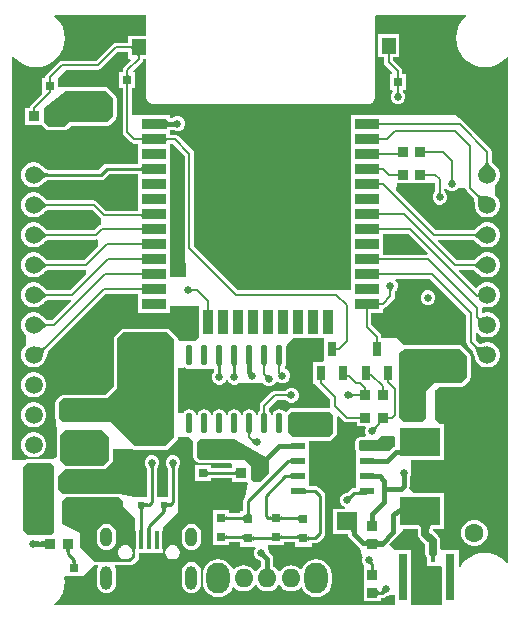
<source format=gtl>
G04*
G04 #@! TF.GenerationSoftware,Altium Limited,Altium Designer,22.11.1 (43)*
G04*
G04 Layer_Physical_Order=1*
G04 Layer_Color=255*
%FSLAX25Y25*%
%MOIN*%
G70*
G04*
G04 #@! TF.SameCoordinates,76B60832-644B-4AE7-BD70-8BB73C9281A9*
G04*
G04*
G04 #@! TF.FilePolarity,Positive*
G04*
G01*
G75*
%ADD11C,0.01000*%
%ADD13C,0.00600*%
%ADD20O,0.02205X0.06870*%
%ADD21R,0.09213X0.14173*%
%ADD22R,0.09843X0.04331*%
%ADD23R,0.09449X0.12992*%
%ADD24R,0.04724X0.02362*%
%ADD25R,0.03543X0.03543*%
%ADD26R,0.08268X0.03740*%
%ADD27R,0.03740X0.08268*%
%ADD28R,0.04842X0.05354*%
%ADD29R,0.02756X0.04921*%
%ADD30R,0.03150X0.03150*%
%ADD31R,0.13504X0.09528*%
%ADD32R,0.02362X0.02362*%
%ADD33R,0.03000X0.03000*%
%ADD34R,0.03000X0.03000*%
%ADD35R,0.06919X0.05102*%
%ADD36R,0.03150X0.15748*%
%ADD37R,0.01575X0.06299*%
%ADD66C,0.06299*%
%ADD67R,0.03175X0.03402*%
%ADD68R,0.03402X0.03175*%
%ADD69R,0.05256X0.05906*%
%ADD70R,0.06803X0.05847*%
%ADD71R,0.05847X0.06803*%
%ADD72C,0.01500*%
%ADD73C,0.02500*%
%ADD74O,0.03937X0.07874*%
%ADD75O,0.03937X0.06299*%
%ADD76O,0.06299X0.06299*%
%ADD77O,0.07874X0.10236*%
%ADD78C,0.05906*%
%ADD79C,0.02500*%
G36*
X39705Y185400D02*
X39699Y185457D01*
X39680Y185508D01*
X39650Y185553D01*
X39607Y185592D01*
X39552Y185625D01*
X39484Y185652D01*
X39405Y185673D01*
X39313Y185688D01*
X39209Y185697D01*
X39093Y185700D01*
Y186300D01*
X39209Y186303D01*
X39313Y186312D01*
X39405Y186327D01*
X39484Y186348D01*
X39552Y186375D01*
X39607Y186408D01*
X39650Y186447D01*
X39680Y186492D01*
X39699Y186543D01*
X39705Y186600D01*
Y185400D01*
D02*
G37*
G36*
X42645Y183329D02*
X42594Y183311D01*
X42549Y183281D01*
X42510Y183239D01*
X42477Y183185D01*
X42450Y183119D01*
X42429Y183041D01*
X42414Y182951D01*
X42405Y182849D01*
X42402Y182735D01*
X41802D01*
X41799Y182849D01*
X41790Y182951D01*
X41775Y183041D01*
X41754Y183119D01*
X41727Y183185D01*
X41694Y183239D01*
X41655Y183281D01*
X41610Y183311D01*
X41559Y183329D01*
X41502Y183335D01*
X42702D01*
X42645Y183329D01*
D02*
G37*
G36*
X44665Y196500D02*
Y189877D01*
X38481D01*
Y187529D01*
X34500D01*
X33915Y187413D01*
X33419Y187081D01*
X27867Y181529D01*
X16500D01*
X15915Y181413D01*
X15418Y181081D01*
X11419Y177081D01*
X11087Y176585D01*
X10971Y176000D01*
Y175700D01*
X9800D01*
Y170463D01*
X6168Y166831D01*
X5836Y166335D01*
X5750Y165901D01*
X4280D01*
Y160099D01*
X9670D01*
X11135Y158635D01*
X11532Y158370D01*
X12000Y158276D01*
X17500Y158276D01*
X17968Y158370D01*
X18365Y158635D01*
X19507Y159776D01*
X31500D01*
X31968Y159870D01*
X32365Y160135D01*
X34365Y162135D01*
X34630Y162532D01*
X34723Y163000D01*
Y169000D01*
X34630Y169468D01*
X34365Y169865D01*
X31865Y172365D01*
X31468Y172630D01*
X31000Y172723D01*
X17900Y172723D01*
X15277D01*
X15200Y172755D01*
Y175700D01*
X17971Y178471D01*
X28500D01*
X29085Y178587D01*
X29581Y178919D01*
X35133Y184471D01*
X38481D01*
Y182123D01*
X39307D01*
X39498Y181661D01*
X37219Y179381D01*
X36887Y178885D01*
X36771Y178300D01*
Y177700D01*
X35600D01*
Y172300D01*
X36771D01*
Y157700D01*
X36887Y157115D01*
X37219Y156619D01*
X39554Y154283D01*
X40051Y153951D01*
X40636Y153835D01*
X41910D01*
Y152294D01*
Y147098D01*
X31364D01*
X30701Y146966D01*
X30139Y146590D01*
X30139Y146590D01*
X28707Y145159D01*
X11712D01*
X11657Y145170D01*
X11550Y145206D01*
X11411Y145269D01*
X11242Y145363D01*
X11047Y145491D01*
X10842Y145645D01*
X10330Y146092D01*
X10054Y146364D01*
X9958Y146427D01*
X9636Y146748D01*
X8689Y147295D01*
X7633Y147578D01*
X6540D01*
X5484Y147295D01*
X4537Y146748D01*
X3764Y145975D01*
X3217Y145028D01*
X2934Y143972D01*
Y142878D01*
X3217Y141822D01*
X3764Y140875D01*
X4537Y140102D01*
X5484Y139556D01*
X6540Y139272D01*
X7633D01*
X8689Y139556D01*
X9636Y140102D01*
X9958Y140423D01*
X10054Y140487D01*
X10330Y140759D01*
X10842Y141205D01*
X11047Y141359D01*
X11242Y141487D01*
X11411Y141581D01*
X11550Y141644D01*
X11657Y141680D01*
X11712Y141692D01*
X29425D01*
X30088Y141824D01*
X30651Y142200D01*
X32082Y143631D01*
X41910D01*
Y142294D01*
Y137294D01*
Y131529D01*
X31133D01*
X28156Y134507D01*
X27660Y134838D01*
X27075Y134955D01*
X11817D01*
X11803Y134958D01*
X11715Y134994D01*
X11577Y135067D01*
X11398Y135181D01*
X11206Y135320D01*
X10368Y136052D01*
X10058Y136360D01*
X9960Y136425D01*
X9636Y136748D01*
X8689Y137295D01*
X7633Y137578D01*
X6540D01*
X5484Y137295D01*
X4537Y136748D01*
X3764Y135975D01*
X3217Y135028D01*
X2934Y133972D01*
Y132878D01*
X3217Y131822D01*
X3764Y130875D01*
X4537Y130102D01*
X5484Y129555D01*
X6540Y129272D01*
X7633D01*
X8689Y129555D01*
X9636Y130102D01*
X9960Y130425D01*
X10058Y130491D01*
X10383Y130814D01*
X10666Y131079D01*
X11196Y131524D01*
X11398Y131670D01*
X11576Y131783D01*
X11715Y131856D01*
X11803Y131892D01*
X11817Y131896D01*
X26441D01*
X29419Y128919D01*
Y126943D01*
X29156Y126741D01*
X29027Y126654D01*
X28919Y126581D01*
X27292Y124955D01*
X11817D01*
X11803Y124958D01*
X11715Y124994D01*
X11577Y125067D01*
X11398Y125181D01*
X11206Y125320D01*
X10368Y126052D01*
X10058Y126360D01*
X9960Y126425D01*
X9636Y126748D01*
X8689Y127295D01*
X7633Y127578D01*
X6540D01*
X5484Y127295D01*
X4537Y126748D01*
X3764Y125975D01*
X3217Y125028D01*
X2934Y123972D01*
Y122879D01*
X3217Y121822D01*
X3764Y120875D01*
X4537Y120102D01*
X5484Y119555D01*
X6540Y119272D01*
X7633D01*
X8689Y119555D01*
X9636Y120102D01*
X9960Y120425D01*
X10058Y120491D01*
X10383Y120814D01*
X10666Y121079D01*
X11196Y121524D01*
X11398Y121670D01*
X11576Y121783D01*
X11715Y121856D01*
X11803Y121892D01*
X11817Y121896D01*
X27925D01*
X28010Y121913D01*
X28509Y121601D01*
X28501Y119664D01*
X23792Y114955D01*
X11817D01*
X11803Y114958D01*
X11715Y114994D01*
X11577Y115067D01*
X11398Y115181D01*
X11206Y115320D01*
X10368Y116052D01*
X10058Y116360D01*
X9960Y116425D01*
X9636Y116748D01*
X8689Y117295D01*
X7633Y117578D01*
X6540D01*
X5484Y117295D01*
X4537Y116748D01*
X3764Y115975D01*
X3217Y115028D01*
X2934Y113972D01*
Y112879D01*
X3217Y111822D01*
X3764Y110875D01*
X4537Y110102D01*
X5484Y109555D01*
X6540Y109273D01*
X7633D01*
X8689Y109555D01*
X9636Y110102D01*
X9960Y110425D01*
X10058Y110491D01*
X10383Y110814D01*
X10666Y111079D01*
X11196Y111524D01*
X11398Y111670D01*
X11576Y111783D01*
X11715Y111856D01*
X11803Y111892D01*
X11817Y111896D01*
X24425D01*
X24471Y110134D01*
X19292Y104955D01*
X11817D01*
X11803Y104958D01*
X11715Y104994D01*
X11577Y105067D01*
X11398Y105181D01*
X11206Y105320D01*
X10368Y106052D01*
X10058Y106360D01*
X9960Y106425D01*
X9636Y106748D01*
X8689Y107295D01*
X7633Y107578D01*
X6540D01*
X5484Y107295D01*
X4537Y106748D01*
X3764Y105975D01*
X3217Y105028D01*
X2934Y103972D01*
Y102878D01*
X3217Y101822D01*
X3764Y100875D01*
X4537Y100102D01*
X5484Y99555D01*
X6540Y99273D01*
X7633D01*
X8689Y99555D01*
X9636Y100102D01*
X9960Y100425D01*
X10058Y100490D01*
X10383Y100814D01*
X10666Y101079D01*
X11196Y101524D01*
X11398Y101670D01*
X11576Y101783D01*
X11715Y101856D01*
X11803Y101892D01*
X11817Y101896D01*
X19526D01*
X19733Y101396D01*
X13292Y94955D01*
X11817D01*
X11803Y94958D01*
X11715Y94994D01*
X11577Y95067D01*
X11398Y95181D01*
X11206Y95320D01*
X10368Y96052D01*
X10058Y96360D01*
X9960Y96425D01*
X9636Y96748D01*
X8689Y97295D01*
X7633Y97578D01*
X6540D01*
X5484Y97295D01*
X4537Y96748D01*
X3764Y95975D01*
X3217Y95028D01*
X2934Y93972D01*
Y92879D01*
X3217Y91822D01*
X3764Y90875D01*
X4537Y90102D01*
Y86748D01*
X3764Y85975D01*
X3217Y85028D01*
X2934Y83972D01*
Y82879D01*
X3217Y81822D01*
X3764Y80875D01*
X4537Y80102D01*
X5484Y79555D01*
X6540Y79273D01*
X7633D01*
X8689Y79555D01*
X9636Y80102D01*
X10410Y80875D01*
X10956Y81822D01*
X11018Y82054D01*
X11049Y82105D01*
X11820Y84328D01*
X12012Y84799D01*
X12058Y84895D01*
X30998Y103835D01*
X41910D01*
Y102294D01*
Y97294D01*
X52578D01*
Y99766D01*
X52688Y99812D01*
X62108D01*
Y89144D01*
X60952Y87989D01*
X55734D01*
X55224Y88500D01*
X55130Y88968D01*
X54865Y89365D01*
X52365Y91865D01*
X51968Y92130D01*
X51500Y92224D01*
X37000D01*
X36532Y92130D01*
X36135Y91865D01*
X34135Y89865D01*
X33870Y89468D01*
X33777Y89000D01*
Y73007D01*
X30993Y70223D01*
X17000D01*
X16532Y70130D01*
X16135Y69865D01*
X14635Y68365D01*
X14370Y67968D01*
X14277Y67500D01*
Y62500D01*
X14370Y62032D01*
X14776Y56833D01*
Y49373D01*
X13495Y48645D01*
X13284Y48676D01*
X13093Y48705D01*
X13000Y48724D01*
X5000Y48724D01*
X4532Y48630D01*
X4135Y48365D01*
X0Y48500D01*
Y182737D01*
X471Y182906D01*
X1071Y182174D01*
X2529Y180977D01*
X4192Y180088D01*
X5997Y179541D01*
X7874Y179356D01*
X9751Y179541D01*
X11556Y180088D01*
X13219Y180977D01*
X14677Y182174D01*
X15873Y183632D01*
X16762Y185295D01*
X17310Y187100D01*
X17494Y188976D01*
X17310Y190853D01*
X16762Y192658D01*
X15873Y194321D01*
X14677Y195779D01*
X13945Y196380D01*
X14113Y196850D01*
X44377D01*
X44665Y196500D01*
D02*
G37*
G36*
X38603Y176974D02*
X38612Y176872D01*
X38627Y176782D01*
X38648Y176704D01*
X38675Y176638D01*
X38708Y176584D01*
X38747Y176542D01*
X38792Y176512D01*
X38843Y176494D01*
X38900Y176488D01*
X37700D01*
X37757Y176494D01*
X37808Y176512D01*
X37853Y176542D01*
X37892Y176584D01*
X37925Y176638D01*
X37952Y176704D01*
X37973Y176782D01*
X37988Y176872D01*
X37997Y176974D01*
X38000Y177088D01*
X38600D01*
X38603Y176974D01*
D02*
G37*
G36*
X12803Y174972D02*
X12812Y174868D01*
X12827Y174776D01*
X12848Y174696D01*
X12875Y174629D01*
X12908Y174574D01*
X12947Y174531D01*
X12992Y174501D01*
X13043Y174482D01*
X13100Y174476D01*
X11900D01*
X11957Y174482D01*
X12008Y174501D01*
X12053Y174531D01*
X12092Y174574D01*
X12125Y174629D01*
X12152Y174696D01*
X12173Y174776D01*
X12188Y174868D01*
X12197Y174972D01*
X12200Y175088D01*
X12800D01*
X12803Y174972D01*
D02*
G37*
G36*
X38843Y173518D02*
X38792Y173500D01*
X38747Y173469D01*
X38708Y173426D01*
X38675Y173371D01*
X38648Y173304D01*
X38627Y173224D01*
X38612Y173132D01*
X38603Y173028D01*
X38600Y172912D01*
X38000D01*
X37997Y173028D01*
X37988Y173132D01*
X37973Y173224D01*
X37952Y173304D01*
X37925Y173371D01*
X37892Y173426D01*
X37853Y173469D01*
X37808Y173500D01*
X37757Y173518D01*
X37700Y173524D01*
X38900D01*
X38843Y173518D01*
D02*
G37*
G36*
X12962Y171506D02*
X12918Y171490D01*
X12879Y171462D01*
X12845Y171422D01*
X12817Y171372D01*
X12793Y171310D01*
X12775Y171237D01*
X12762Y171153D01*
X12754Y171058D01*
X12752Y170951D01*
X12151D01*
X12149Y171058D01*
X12141Y171153D01*
X12128Y171237D01*
X12110Y171310D01*
X12086Y171372D01*
X12058Y171422D01*
X12024Y171462D01*
X11985Y171490D01*
X11941Y171506D01*
X11891Y171512D01*
X13012D01*
X12962Y171506D01*
D02*
G37*
G36*
X151410Y196380D02*
X150678Y195779D01*
X149481Y194321D01*
X148592Y192658D01*
X148045Y190853D01*
X147860Y188976D01*
X148045Y187100D01*
X148592Y185295D01*
X149481Y183632D01*
X150678Y182174D01*
X152136Y180977D01*
X153799Y180088D01*
X155604Y179541D01*
X157480Y179356D01*
X159357Y179541D01*
X161162Y180088D01*
X162825Y180977D01*
X164283Y182174D01*
X164884Y182906D01*
X165354Y182737D01*
Y14113D01*
X164884Y13945D01*
X164283Y14677D01*
X162825Y15873D01*
X161162Y16762D01*
X159357Y17310D01*
X157480Y17494D01*
X155604Y17310D01*
X153799Y16762D01*
X152136Y15873D01*
X150678Y14677D01*
X149481Y13219D01*
X149260Y12804D01*
X148775Y12926D01*
Y18574D01*
X143225D01*
X143225Y18574D01*
Y18574D01*
X142806Y18680D01*
X142600Y18868D01*
Y21398D01*
X142410Y22354D01*
X141868Y23164D01*
X140112Y24921D01*
X140119Y24999D01*
X140164Y25270D01*
X140216Y25465D01*
X140245Y25536D01*
X143952D01*
Y37464D01*
X134015D01*
X134000Y37500D01*
Y37500D01*
X132291Y39006D01*
X132337Y39075D01*
X132488Y39836D01*
Y42523D01*
X132577Y42612D01*
X132950Y43513D01*
Y48021D01*
X133000Y48500D01*
X133459Y48564D01*
X143952D01*
Y60492D01*
X142997D01*
X142500Y60500D01*
X141000Y62000D01*
Y72275D01*
X141004Y72277D01*
X141000Y71500D01*
X142277Y72777D01*
X142277D01*
X142277Y72777D01*
X142277Y72777D01*
X149500Y72777D01*
X149968Y72870D01*
X150365Y73135D01*
X152365Y75135D01*
X152630Y75532D01*
X152724Y76000D01*
Y83000D01*
X152630Y83468D01*
X152365Y83865D01*
X149865Y86365D01*
X149468Y86630D01*
X149000Y86724D01*
X131000D01*
X130850Y86694D01*
X130696Y86685D01*
X128284Y89098D01*
X123029D01*
Y89500D01*
X122913Y90085D01*
X122581Y90581D01*
X119640Y93523D01*
Y97294D01*
X123444D01*
Y98851D01*
X123950Y98951D01*
X124446Y99283D01*
X127081Y101919D01*
X127413Y102415D01*
X127529Y103000D01*
Y104490D01*
X127540Y104508D01*
X127558Y104535D01*
X127675Y104676D01*
X127751Y104754D01*
X127813Y104848D01*
X128077Y105112D01*
X128450Y106013D01*
Y106987D01*
X128077Y107888D01*
X127630Y108335D01*
X127837Y108835D01*
X139339D01*
X151329Y96845D01*
Y87641D01*
X151446Y87056D01*
X151777Y86560D01*
X153287Y85050D01*
X154107Y82777D01*
X154255Y82268D01*
X154257Y82264D01*
X154257Y82261D01*
X154305Y82171D01*
X154398Y81822D01*
X154945Y80875D01*
X155718Y80102D01*
X156665Y79555D01*
X157721Y79273D01*
X158814D01*
X159871Y79555D01*
X160818Y80102D01*
X161591Y80875D01*
X162137Y81822D01*
X162420Y82879D01*
Y83972D01*
X162137Y85028D01*
X161591Y85975D01*
X160818Y86748D01*
X159871Y87295D01*
X158814Y87578D01*
X157721D01*
X157179Y87433D01*
X157061Y87423D01*
X156688Y87317D01*
X156378Y87245D01*
X156108Y87199D01*
X155881Y87177D01*
X155700Y87175D01*
X155567Y87186D01*
X155483Y87204D01*
X155445Y87218D01*
X155444Y87219D01*
X154388Y88275D01*
Y90839D01*
X154888Y90973D01*
X154945Y90875D01*
X155718Y90102D01*
X156665Y89556D01*
X157721Y89272D01*
X158814D01*
X159871Y89556D01*
X160818Y90102D01*
X161591Y90875D01*
X162137Y91822D01*
X162420Y92879D01*
Y93972D01*
X162137Y95028D01*
X161591Y95975D01*
X160818Y96748D01*
X159871Y97295D01*
X158814Y97578D01*
X157721D01*
X157029Y97393D01*
X156529Y97773D01*
Y99000D01*
X156511Y99091D01*
X156944Y99481D01*
X157721Y99273D01*
X158814D01*
X159871Y99555D01*
X160818Y100102D01*
X161591Y100875D01*
X162137Y101822D01*
X162420Y102878D01*
Y103972D01*
X162137Y105028D01*
X161591Y105975D01*
X160818Y106748D01*
X159871Y107295D01*
X158814Y107578D01*
X157721D01*
X156665Y107295D01*
X155718Y106748D01*
X154945Y105975D01*
X154873Y105851D01*
X154377Y105786D01*
X148729Y111434D01*
X148920Y111896D01*
X153537D01*
X153551Y111892D01*
X153640Y111856D01*
X153778Y111783D01*
X153957Y111670D01*
X154149Y111531D01*
X154987Y110799D01*
X155297Y110491D01*
X155395Y110425D01*
X155718Y110102D01*
X156665Y109555D01*
X157721Y109273D01*
X158814D01*
X159871Y109555D01*
X160818Y110102D01*
X161591Y110875D01*
X162137Y111822D01*
X162420Y112879D01*
Y113972D01*
X162137Y115028D01*
X161591Y115975D01*
X160818Y116748D01*
X159871Y117295D01*
X158814Y117578D01*
X157721D01*
X156665Y117295D01*
X155718Y116748D01*
X155395Y116425D01*
X155297Y116360D01*
X154971Y116037D01*
X154688Y115771D01*
X154159Y115327D01*
X153957Y115181D01*
X153778Y115067D01*
X153640Y114994D01*
X153551Y114958D01*
X153537Y114955D01*
X148208D01*
X141729Y121434D01*
X141920Y121896D01*
X153537D01*
X153551Y121892D01*
X153640Y121856D01*
X153778Y121783D01*
X153957Y121670D01*
X154149Y121531D01*
X154987Y120799D01*
X155297Y120491D01*
X155395Y120425D01*
X155718Y120102D01*
X156665Y119555D01*
X157721Y119272D01*
X158814D01*
X159871Y119555D01*
X160818Y120102D01*
X161591Y120875D01*
X162137Y121822D01*
X162420Y122879D01*
Y123972D01*
X162137Y125028D01*
X161591Y125975D01*
X160818Y126748D01*
X159871Y127295D01*
X158814Y127578D01*
X157721D01*
X156665Y127295D01*
X155718Y126748D01*
X155395Y126425D01*
X155297Y126360D01*
X154971Y126037D01*
X154688Y125771D01*
X154159Y125327D01*
X153957Y125181D01*
X153778Y125067D01*
X153640Y124994D01*
X153551Y124958D01*
X153537Y124955D01*
X141208D01*
X128004Y138159D01*
X128063Y140599D01*
X132712D01*
X132855Y140599D01*
X133212D01*
X133356Y140599D01*
X140901D01*
X140971Y140529D01*
Y138010D01*
X140960Y137992D01*
X140942Y137965D01*
X140825Y137824D01*
X140749Y137746D01*
X140687Y137652D01*
X140423Y137388D01*
X140050Y136487D01*
Y135513D01*
X140423Y134612D01*
X141112Y133923D01*
X142013Y133550D01*
X142987D01*
X143888Y133923D01*
X144577Y134612D01*
X144950Y135513D01*
Y136487D01*
X144577Y137388D01*
X144313Y137652D01*
X144251Y137746D01*
X144164Y137836D01*
X144109Y137899D01*
X144068Y137951D01*
X144040Y137992D01*
X144029Y138010D01*
Y138853D01*
X144037Y138858D01*
X144529Y139006D01*
X145112Y138423D01*
X146013Y138050D01*
X146987D01*
X147888Y138423D01*
X148577Y139112D01*
X150890D01*
X150993Y139081D01*
X151087Y138608D01*
X151419Y138111D01*
X153841Y135689D01*
X153849Y135676D01*
X153885Y135588D01*
X153932Y135439D01*
X153978Y135232D01*
X154016Y134998D01*
X154090Y133888D01*
X154092Y133451D01*
X154115Y133335D01*
Y132878D01*
X154398Y131822D01*
X154945Y130875D01*
X155718Y130102D01*
X156665Y129555D01*
X157721Y129272D01*
X158814D01*
X159871Y129555D01*
X160818Y130102D01*
X161591Y130875D01*
X162137Y131822D01*
X162420Y132878D01*
Y133972D01*
X162137Y135028D01*
X161591Y135975D01*
X160818Y136748D01*
Y140102D01*
X161591Y140875D01*
X162137Y141822D01*
X162420Y142878D01*
Y143972D01*
X162137Y145028D01*
X161591Y145975D01*
X161268Y146298D01*
X161202Y146396D01*
X160879Y146721D01*
X160614Y147004D01*
X160169Y147534D01*
X160023Y147736D01*
X159910Y147915D01*
X159837Y148053D01*
X159801Y148142D01*
X159797Y148156D01*
Y151232D01*
X159681Y151818D01*
X159349Y152314D01*
X150217Y161446D01*
X149721Y161777D01*
X147500Y163500D01*
X123444Y163434D01*
X112777D01*
Y157294D01*
Y152294D01*
Y147294D01*
Y142294D01*
Y137294D01*
Y132294D01*
Y127294D01*
Y122294D01*
Y117294D01*
Y112294D01*
Y107294D01*
Y105029D01*
X75134D01*
X60529Y119633D01*
Y150500D01*
X60413Y151085D01*
X60081Y151581D01*
X55217Y156446D01*
X54721Y156777D01*
X54136Y156894D01*
X52578D01*
Y158376D01*
X53725D01*
X54513Y158050D01*
X55487D01*
X56388Y158423D01*
X57077Y159112D01*
X57450Y160013D01*
Y160987D01*
X57077Y161888D01*
X56388Y162577D01*
X55487Y162950D01*
X54513D01*
X53612Y162577D01*
X53388Y162353D01*
X52578D01*
Y163434D01*
X41910D01*
X39829Y163491D01*
Y172300D01*
X41000D01*
Y177700D01*
X40516D01*
X40325Y178162D01*
X43183Y181021D01*
X43515Y181517D01*
X43631Y182102D01*
Y182123D01*
X44665D01*
Y169000D01*
X44804Y168298D01*
X45202Y167702D01*
X45798Y167304D01*
X46500Y167165D01*
X119000D01*
X119702Y167304D01*
X120298Y167702D01*
X120696Y168298D01*
X120835Y169000D01*
Y196500D01*
X121123Y196850D01*
X151241D01*
X151410Y196380D01*
D02*
G37*
G36*
X7552Y165173D02*
X7561Y165068D01*
X7576Y164977D01*
X7597Y164897D01*
X7624Y164830D01*
X7657Y164775D01*
X7696Y164732D01*
X7741Y164701D01*
X7792Y164683D01*
X7849Y164677D01*
X6649D01*
X6706Y164683D01*
X6757Y164701D01*
X6802Y164732D01*
X6841Y164775D01*
X6874Y164830D01*
X6901Y164897D01*
X6922Y164977D01*
X6937Y165068D01*
X6946Y165173D01*
X6949Y165289D01*
X7549D01*
X7552Y165173D01*
D02*
G37*
G36*
X122227Y160907D02*
X122245Y160856D01*
X122276Y160811D01*
X122318Y160772D01*
X122373Y160739D01*
X122441Y160712D01*
X122520Y160691D01*
X122612Y160676D01*
X122716Y160667D01*
X122833Y160664D01*
Y160064D01*
X122716Y160061D01*
X122612Y160052D01*
X122520Y160037D01*
X122441Y160016D01*
X122373Y159989D01*
X122318Y159956D01*
X122276Y159917D01*
X122245Y159872D01*
X122227Y159821D01*
X122221Y159764D01*
Y160964D01*
X122227Y160907D01*
D02*
G37*
G36*
X54208Y159533D02*
X54181Y159549D01*
X54142Y159562D01*
X54090Y159575D01*
X54026Y159585D01*
X53858Y159601D01*
X53510Y159613D01*
X53368Y159614D01*
X53161Y161114D01*
X53302Y161116D01*
X53649Y161140D01*
X53741Y161154D01*
X53821Y161171D01*
X53888Y161192D01*
X53943Y161216D01*
X53987Y161243D01*
X54018Y161273D01*
X54208Y159533D01*
D02*
G37*
G36*
X33500Y169000D02*
Y163000D01*
X31500Y161000D01*
X19000D01*
X17500Y159500D01*
X12000Y159500D01*
X10500Y161000D01*
Y165808D01*
X17900Y171500D01*
X31000Y171500D01*
X33500Y169000D01*
D02*
G37*
G36*
X51369Y161722D02*
X51414Y161594D01*
X51490Y161482D01*
X51595Y161384D01*
X51731Y161302D01*
X51898Y161234D01*
X52094Y161182D01*
X52321Y161144D01*
X52578Y161122D01*
X52865Y161114D01*
Y159614D01*
X52578Y159607D01*
X52321Y159584D01*
X52094Y159547D01*
X51898Y159494D01*
X51731Y159427D01*
X51595Y159344D01*
X51490Y159247D01*
X51414Y159134D01*
X51369Y159007D01*
X51354Y158864D01*
Y161864D01*
X51369Y161722D01*
D02*
G37*
G36*
X122227Y155907D02*
X122245Y155856D01*
X122276Y155811D01*
X122318Y155772D01*
X122373Y155739D01*
X122441Y155712D01*
X122520Y155691D01*
X122612Y155676D01*
X122716Y155667D01*
X122833Y155664D01*
Y155064D01*
X122716Y155061D01*
X122612Y155052D01*
X122520Y155037D01*
X122441Y155016D01*
X122373Y154989D01*
X122318Y154956D01*
X122276Y154917D01*
X122245Y154872D01*
X122227Y154821D01*
X122221Y154764D01*
Y155964D01*
X122227Y155907D01*
D02*
G37*
G36*
X51360D02*
X51378Y155856D01*
X51409Y155811D01*
X51451Y155772D01*
X51507Y155739D01*
X51574Y155712D01*
X51653Y155691D01*
X51745Y155676D01*
X51849Y155667D01*
X51965Y155664D01*
Y155064D01*
X51849Y155061D01*
X51745Y155052D01*
X51653Y155037D01*
X51574Y155016D01*
X51507Y154989D01*
X51451Y154956D01*
X51409Y154917D01*
X51378Y154872D01*
X51360Y154821D01*
X51354Y154764D01*
Y155964D01*
X51360Y155907D01*
D02*
G37*
G36*
X43122Y154764D02*
X43116Y154821D01*
X43098Y154872D01*
X43068Y154917D01*
X43026Y154956D01*
X42972Y154989D01*
X42906Y155016D01*
X42828Y155037D01*
X42738Y155052D01*
X42636Y155061D01*
X42522Y155064D01*
Y155664D01*
X42636Y155667D01*
X42738Y155676D01*
X42828Y155691D01*
X42906Y155712D01*
X42972Y155739D01*
X43026Y155772D01*
X43068Y155811D01*
X43098Y155856D01*
X43116Y155907D01*
X43122Y155964D01*
Y154764D01*
D02*
G37*
G36*
X137570Y151543D02*
X137588Y151492D01*
X137619Y151447D01*
X137662Y151408D01*
X137717Y151375D01*
X137784Y151348D01*
X137863Y151327D01*
X137955Y151312D01*
X138059Y151303D01*
X138175Y151300D01*
Y150700D01*
X138059Y150697D01*
X137955Y150688D01*
X137863Y150673D01*
X137784Y150652D01*
X137717Y150625D01*
X137662Y150592D01*
X137619Y150553D01*
X137588Y150508D01*
X137570Y150457D01*
X137564Y150400D01*
Y151600D01*
X137570Y151543D01*
D02*
G37*
G36*
X128504Y149764D02*
X128498Y149821D01*
X128480Y149872D01*
X128449Y149917D01*
X128407Y149956D01*
X128351Y149989D01*
X128284Y150016D01*
X128205Y150037D01*
X128113Y150052D01*
X128009Y150061D01*
X127892Y150064D01*
Y150664D01*
X128009Y150667D01*
X128113Y150676D01*
X128205Y150691D01*
X128284Y150712D01*
X128351Y150739D01*
X128407Y150772D01*
X128449Y150811D01*
X128480Y150856D01*
X128498Y150907D01*
X128504Y150964D01*
Y149764D01*
D02*
G37*
G36*
X122227Y150907D02*
X122245Y150856D01*
X122276Y150811D01*
X122318Y150772D01*
X122373Y150739D01*
X122441Y150712D01*
X122520Y150691D01*
X122612Y150676D01*
X122716Y150667D01*
X122833Y150664D01*
Y150064D01*
X122716Y150061D01*
X122612Y150052D01*
X122520Y150037D01*
X122441Y150016D01*
X122373Y149989D01*
X122318Y149956D01*
X122276Y149917D01*
X122245Y149872D01*
X122227Y149821D01*
X122221Y149764D01*
Y150964D01*
X122227Y150907D01*
D02*
G37*
G36*
X158585Y147952D02*
X158638Y147752D01*
X158727Y147536D01*
X158850Y147301D01*
X159009Y147050D01*
X159204Y146781D01*
X159698Y146192D01*
X159999Y145872D01*
X160335Y145534D01*
X156201D01*
X156536Y145872D01*
X157332Y146781D01*
X157526Y147050D01*
X157685Y147301D01*
X157809Y147536D01*
X157897Y147752D01*
X157950Y147952D01*
X157968Y148134D01*
X158568D01*
X158585Y147952D01*
D02*
G37*
G36*
X122227Y145907D02*
X122245Y145856D01*
X122276Y145811D01*
X122318Y145772D01*
X122373Y145739D01*
X122441Y145712D01*
X122520Y145691D01*
X122612Y145676D01*
X122716Y145667D01*
X122833Y145664D01*
Y145064D01*
X122716Y145061D01*
X122612Y145052D01*
X122520Y145037D01*
X122441Y145016D01*
X122373Y144989D01*
X122318Y144956D01*
X122276Y144917D01*
X122245Y144872D01*
X122227Y144821D01*
X122221Y144764D01*
Y145964D01*
X122227Y145907D01*
D02*
G37*
G36*
X43122Y144364D02*
X43112Y144459D01*
X43082Y144544D01*
X43032Y144619D01*
X42962Y144684D01*
X42872Y144739D01*
X42762Y144784D01*
X42632Y144819D01*
X42482Y144844D01*
X42312Y144859D01*
X42122Y144864D01*
Y145864D01*
X42312Y145869D01*
X42482Y145884D01*
X42632Y145909D01*
X42762Y145944D01*
X42872Y145989D01*
X42962Y146044D01*
X43032Y146109D01*
X43082Y146184D01*
X43112Y146269D01*
X43122Y146364D01*
Y144364D01*
D02*
G37*
G36*
X137570Y144043D02*
X137588Y143992D01*
X137619Y143947D01*
X137662Y143908D01*
X137717Y143875D01*
X137784Y143848D01*
X137863Y143827D01*
X137955Y143812D01*
X138059Y143803D01*
X138175Y143800D01*
Y143200D01*
X138059Y143197D01*
X137955Y143188D01*
X137863Y143173D01*
X137784Y143152D01*
X137717Y143125D01*
X137662Y143092D01*
X137619Y143053D01*
X137588Y143008D01*
X137570Y142957D01*
X137564Y142900D01*
Y144100D01*
X137570Y144043D01*
D02*
G37*
G36*
X128504Y142900D02*
X128498Y142957D01*
X128480Y143008D01*
X128449Y143053D01*
X128407Y143092D01*
X128351Y143125D01*
X128284Y143152D01*
X128205Y143173D01*
X128113Y143188D01*
X128009Y143197D01*
X127892Y143200D01*
Y143800D01*
X128009Y143803D01*
X128113Y143812D01*
X128205Y143827D01*
X128284Y143848D01*
X128351Y143875D01*
X128407Y143908D01*
X128449Y143947D01*
X128480Y143992D01*
X128498Y144043D01*
X128504Y144100D01*
Y142900D01*
D02*
G37*
G36*
X146806Y142361D02*
X146823Y142258D01*
X146852Y142154D01*
X146892Y142049D01*
X146944Y141942D01*
X147007Y141834D01*
X147082Y141726D01*
X147168Y141616D01*
X147266Y141505D01*
X147375Y141393D01*
X145625D01*
X145734Y141505D01*
X145918Y141726D01*
X145993Y141834D01*
X146056Y141942D01*
X146108Y142049D01*
X146148Y142154D01*
X146177Y142258D01*
X146194Y142361D01*
X146200Y142464D01*
X146800D01*
X146806Y142361D01*
D02*
G37*
G36*
X9498Y145194D02*
X10072Y144693D01*
X10344Y144489D01*
X10606Y144317D01*
X10859Y144176D01*
X11101Y144066D01*
X11333Y143988D01*
X11556Y143941D01*
X11768Y143925D01*
Y142925D01*
X11556Y142910D01*
X11333Y142862D01*
X11101Y142784D01*
X10859Y142675D01*
X10606Y142534D01*
X10344Y142361D01*
X10072Y142157D01*
X9498Y141656D01*
X9195Y141358D01*
Y145492D01*
X9498Y145194D01*
D02*
G37*
G36*
X122227Y140907D02*
X122245Y140856D01*
X122276Y140811D01*
X122318Y140772D01*
X122373Y140739D01*
X122441Y140712D01*
X122520Y140691D01*
X122612Y140676D01*
X122716Y140667D01*
X122833Y140664D01*
Y140064D01*
X122716Y140061D01*
X122612Y140052D01*
X122520Y140037D01*
X122441Y140016D01*
X122373Y139989D01*
X122318Y139956D01*
X122276Y139917D01*
X122245Y139872D01*
X122227Y139821D01*
X122221Y139764D01*
Y140964D01*
X122227Y140907D01*
D02*
G37*
G36*
X142806Y137862D02*
X142823Y137758D01*
X142852Y137654D01*
X142892Y137549D01*
X142944Y137442D01*
X143007Y137335D01*
X143082Y137226D01*
X143168Y137116D01*
X143266Y137005D01*
X143375Y136893D01*
X141625D01*
X141734Y137005D01*
X141918Y137226D01*
X141993Y137335D01*
X142056Y137442D01*
X142108Y137549D01*
X142148Y137654D01*
X142177Y137758D01*
X142194Y137862D01*
X142200Y137963D01*
X142800D01*
X142806Y137862D01*
D02*
G37*
G36*
X155291Y136851D02*
X155470Y136747D01*
X155686Y136656D01*
X155939Y136578D01*
X156229Y136513D01*
X156556Y136460D01*
X157323Y136393D01*
X157762Y136379D01*
X158238Y136378D01*
X155315Y133455D01*
X155314Y133931D01*
X155233Y135136D01*
X155180Y135464D01*
X155115Y135754D01*
X155037Y136007D01*
X154946Y136223D01*
X154842Y136401D01*
X154726Y136543D01*
X155150Y136967D01*
X155291Y136851D01*
D02*
G37*
G36*
X9533Y135156D02*
X10443Y134361D01*
X10711Y134167D01*
X10963Y134008D01*
X11197Y133884D01*
X11414Y133796D01*
X11613Y133743D01*
X11796Y133725D01*
Y133125D01*
X11613Y133107D01*
X11414Y133054D01*
X11197Y132966D01*
X10963Y132843D01*
X10711Y132684D01*
X10443Y132489D01*
X9854Y131994D01*
X9533Y131694D01*
X9195Y131358D01*
Y135492D01*
X9533Y135156D01*
D02*
G37*
G36*
X122227Y130907D02*
X122245Y130856D01*
X122276Y130811D01*
X122318Y130772D01*
X122373Y130739D01*
X122441Y130712D01*
X122520Y130691D01*
X122612Y130676D01*
X122716Y130667D01*
X122833Y130664D01*
Y130064D01*
X122716Y130061D01*
X122612Y130052D01*
X122520Y130037D01*
X122441Y130016D01*
X122373Y129989D01*
X122318Y129956D01*
X122276Y129917D01*
X122245Y129872D01*
X122227Y129821D01*
X122221Y129764D01*
Y130964D01*
X122227Y130907D01*
D02*
G37*
G36*
X43122Y129400D02*
X43116Y129457D01*
X43098Y129508D01*
X43068Y129553D01*
X43026Y129592D01*
X42972Y129625D01*
X42906Y129652D01*
X42828Y129673D01*
X42738Y129688D01*
X42636Y129697D01*
X42522Y129700D01*
Y130300D01*
X42636Y130303D01*
X42738Y130312D01*
X42828Y130327D01*
X42906Y130348D01*
X42972Y130375D01*
X43026Y130408D01*
X43068Y130447D01*
X43098Y130492D01*
X43116Y130543D01*
X43122Y130600D01*
Y129400D01*
D02*
G37*
G36*
Y124900D02*
X43116Y124957D01*
X43098Y125008D01*
X43068Y125053D01*
X43026Y125092D01*
X42972Y125125D01*
X42906Y125152D01*
X42828Y125173D01*
X42738Y125188D01*
X42636Y125197D01*
X42522Y125200D01*
Y125800D01*
X42636Y125803D01*
X42738Y125812D01*
X42828Y125827D01*
X42906Y125848D01*
X42972Y125875D01*
X43026Y125908D01*
X43068Y125947D01*
X43098Y125992D01*
X43116Y126043D01*
X43122Y126100D01*
Y124900D01*
D02*
G37*
G36*
X122227Y125907D02*
X122245Y125856D01*
X122276Y125811D01*
X122318Y125772D01*
X122373Y125739D01*
X122441Y125712D01*
X122520Y125691D01*
X122612Y125676D01*
X122716Y125667D01*
X122833Y125664D01*
Y125064D01*
X122716Y125061D01*
X122612Y125052D01*
X122520Y125037D01*
X122441Y125016D01*
X122373Y124989D01*
X122318Y124956D01*
X122276Y124917D01*
X122245Y124872D01*
X122227Y124821D01*
X122221Y124764D01*
Y125964D01*
X122227Y125907D01*
D02*
G37*
G36*
X156159Y121358D02*
X155821Y121694D01*
X154912Y122489D01*
X154643Y122684D01*
X154392Y122843D01*
X154157Y122966D01*
X153940Y123055D01*
X153741Y123108D01*
X153559Y123125D01*
Y123725D01*
X153741Y123743D01*
X153940Y123796D01*
X154157Y123884D01*
X154392Y124008D01*
X154643Y124167D01*
X154912Y124361D01*
X155501Y124856D01*
X155821Y125156D01*
X156159Y125492D01*
Y121358D01*
D02*
G37*
G36*
X9533Y125156D02*
X10443Y124361D01*
X10711Y124167D01*
X10963Y124008D01*
X11197Y123884D01*
X11414Y123796D01*
X11613Y123743D01*
X11796Y123725D01*
Y123125D01*
X11613Y123108D01*
X11414Y123055D01*
X11197Y122966D01*
X10963Y122843D01*
X10711Y122684D01*
X10443Y122489D01*
X9854Y121994D01*
X9533Y121694D01*
X9195Y121358D01*
Y125492D01*
X9533Y125156D01*
D02*
G37*
G36*
X43122Y119764D02*
X43116Y119821D01*
X43098Y119872D01*
X43068Y119917D01*
X43026Y119956D01*
X42972Y119989D01*
X42906Y120016D01*
X42828Y120037D01*
X42738Y120052D01*
X42636Y120061D01*
X42522Y120064D01*
Y120664D01*
X42636Y120667D01*
X42738Y120676D01*
X42828Y120691D01*
X42906Y120712D01*
X42972Y120739D01*
X43026Y120772D01*
X43068Y120811D01*
X43098Y120856D01*
X43116Y120907D01*
X43122Y120964D01*
Y119764D01*
D02*
G37*
G36*
X138444Y117394D02*
X138236Y116894D01*
X123444D01*
Y122294D01*
Y123835D01*
X132002D01*
X138444Y117394D01*
D02*
G37*
G36*
X122227Y115907D02*
X122245Y115856D01*
X122276Y115811D01*
X122318Y115772D01*
X122373Y115739D01*
X122441Y115712D01*
X122520Y115691D01*
X122612Y115676D01*
X122716Y115667D01*
X122833Y115664D01*
Y115064D01*
X122716Y115061D01*
X122612Y115052D01*
X122520Y115037D01*
X122441Y115016D01*
X122373Y114989D01*
X122318Y114956D01*
X122276Y114917D01*
X122245Y114872D01*
X122227Y114821D01*
X122221Y114764D01*
Y115964D01*
X122227Y115907D01*
D02*
G37*
G36*
X43122Y114764D02*
X43116Y114821D01*
X43098Y114872D01*
X43068Y114917D01*
X43026Y114956D01*
X42972Y114989D01*
X42906Y115016D01*
X42828Y115037D01*
X42738Y115052D01*
X42636Y115061D01*
X42522Y115064D01*
Y115664D01*
X42636Y115667D01*
X42738Y115676D01*
X42828Y115691D01*
X42906Y115712D01*
X42972Y115739D01*
X43026Y115772D01*
X43068Y115811D01*
X43098Y115856D01*
X43116Y115907D01*
X43122Y115964D01*
Y114764D01*
D02*
G37*
G36*
X156159Y111358D02*
X155821Y111694D01*
X154912Y112489D01*
X154643Y112683D01*
X154392Y112843D01*
X154157Y112966D01*
X153940Y113055D01*
X153741Y113108D01*
X153559Y113125D01*
Y113725D01*
X153741Y113743D01*
X153940Y113796D01*
X154157Y113884D01*
X154392Y114008D01*
X154643Y114167D01*
X154912Y114361D01*
X155501Y114856D01*
X155821Y115156D01*
X156159Y115492D01*
Y111358D01*
D02*
G37*
G36*
X9533Y115156D02*
X10443Y114361D01*
X10711Y114167D01*
X10963Y114008D01*
X11197Y113884D01*
X11414Y113796D01*
X11613Y113743D01*
X11796Y113725D01*
Y113125D01*
X11613Y113108D01*
X11414Y113055D01*
X11197Y112966D01*
X10963Y112843D01*
X10711Y112683D01*
X10443Y112489D01*
X9854Y111994D01*
X9533Y111694D01*
X9195Y111358D01*
Y115492D01*
X9533Y115156D01*
D02*
G37*
G36*
X122227Y110907D02*
X122245Y110856D01*
X122276Y110811D01*
X122318Y110772D01*
X122373Y110739D01*
X122441Y110712D01*
X122520Y110691D01*
X122612Y110676D01*
X122716Y110667D01*
X122833Y110664D01*
Y110064D01*
X122716Y110061D01*
X122612Y110052D01*
X122520Y110037D01*
X122441Y110016D01*
X122373Y109989D01*
X122318Y109956D01*
X122276Y109917D01*
X122245Y109872D01*
X122227Y109821D01*
X122221Y109764D01*
Y110964D01*
X122227Y110907D01*
D02*
G37*
G36*
X43122Y109764D02*
X43116Y109821D01*
X43098Y109872D01*
X43068Y109917D01*
X43026Y109956D01*
X42972Y109989D01*
X42906Y110016D01*
X42828Y110037D01*
X42738Y110052D01*
X42636Y110061D01*
X42522Y110064D01*
Y110664D01*
X42636Y110667D01*
X42738Y110676D01*
X42828Y110691D01*
X42906Y110712D01*
X42972Y110739D01*
X43026Y110772D01*
X43068Y110811D01*
X43098Y110856D01*
X43116Y110907D01*
X43122Y110964D01*
Y109764D01*
D02*
G37*
G36*
X57471Y149866D02*
Y119000D01*
X57471Y119000D01*
X57472Y118975D01*
X57491Y118511D01*
X57491Y118511D01*
X57855Y109861D01*
X57509Y109500D01*
X52578D01*
Y112294D01*
Y117294D01*
Y122294D01*
Y127294D01*
Y132294D01*
Y137294D01*
Y142294D01*
Y147294D01*
Y152294D01*
Y153835D01*
X53502D01*
X57471Y149866D01*
D02*
G37*
G36*
X43122Y104764D02*
X43116Y104821D01*
X43098Y104872D01*
X43068Y104917D01*
X43026Y104956D01*
X42972Y104989D01*
X42906Y105016D01*
X42828Y105037D01*
X42738Y105052D01*
X42636Y105061D01*
X42522Y105064D01*
Y105664D01*
X42636Y105667D01*
X42738Y105676D01*
X42828Y105691D01*
X42906Y105712D01*
X42972Y105739D01*
X43026Y105772D01*
X43068Y105811D01*
X43098Y105856D01*
X43116Y105907D01*
X43122Y105964D01*
Y104764D01*
D02*
G37*
G36*
X126766Y105495D02*
X126582Y105274D01*
X126507Y105166D01*
X126444Y105058D01*
X126392Y104951D01*
X126352Y104846D01*
X126323Y104742D01*
X126306Y104639D01*
X126300Y104536D01*
X125700D01*
X125694Y104639D01*
X125677Y104742D01*
X125648Y104846D01*
X125608Y104951D01*
X125556Y105058D01*
X125493Y105166D01*
X125418Y105274D01*
X125332Y105384D01*
X125234Y105495D01*
X125125Y105607D01*
X126875D01*
X126766Y105495D01*
D02*
G37*
G36*
X59448Y105766D02*
X59669Y105582D01*
X59778Y105507D01*
X59886Y105444D01*
X59992Y105392D01*
X60097Y105352D01*
X60202Y105323D01*
X60305Y105306D01*
X60407Y105300D01*
Y104700D01*
X60305Y104694D01*
X60202Y104677D01*
X60097Y104648D01*
X59992Y104608D01*
X59886Y104556D01*
X59778Y104493D01*
X59669Y104418D01*
X59559Y104332D01*
X59448Y104234D01*
X59336Y104125D01*
Y105875D01*
X59448Y105766D01*
D02*
G37*
G36*
X155435Y102592D02*
X155410Y102657D01*
X155376Y102715D01*
X155333Y102766D01*
X155280Y102811D01*
X155218Y102848D01*
X155146Y102879D01*
X155065Y102903D01*
X154975Y102920D01*
X154875Y102930D01*
X154766Y102934D01*
Y103534D01*
X154867Y103537D01*
X154959Y103548D01*
X155041Y103565D01*
X155114Y103590D01*
X155177Y103621D01*
X155231Y103660D01*
X155275Y103705D01*
X155310Y103758D01*
X155335Y103817D01*
X155351Y103884D01*
X155435Y102592D01*
D02*
G37*
G36*
X9533Y105156D02*
X10443Y104361D01*
X10711Y104167D01*
X10963Y104008D01*
X11197Y103884D01*
X11414Y103796D01*
X11613Y103743D01*
X11796Y103725D01*
Y103125D01*
X11613Y103108D01*
X11414Y103054D01*
X11197Y102966D01*
X10963Y102842D01*
X10711Y102683D01*
X10443Y102489D01*
X9854Y101994D01*
X9533Y101694D01*
X9195Y101358D01*
Y105492D01*
X9533Y105156D01*
D02*
G37*
G36*
X122227Y100907D02*
X122245Y100856D01*
X122276Y100811D01*
X122318Y100772D01*
X122373Y100739D01*
X122441Y100712D01*
X122520Y100691D01*
X122612Y100676D01*
X122716Y100667D01*
X122833Y100664D01*
Y100064D01*
X122716Y100061D01*
X122612Y100052D01*
X122520Y100037D01*
X122441Y100016D01*
X122373Y99989D01*
X122318Y99956D01*
X122276Y99917D01*
X122245Y99872D01*
X122227Y99821D01*
X122221Y99764D01*
Y100964D01*
X122227Y100907D01*
D02*
G37*
G36*
X65481Y99084D02*
X65490Y98980D01*
X65505Y98888D01*
X65526Y98808D01*
X65553Y98741D01*
X65586Y98686D01*
X65625Y98643D01*
X65670Y98613D01*
X65721Y98594D01*
X65778Y98588D01*
X64578D01*
X64635Y98594D01*
X64686Y98613D01*
X64731Y98643D01*
X64770Y98686D01*
X64803Y98741D01*
X64830Y98808D01*
X64851Y98888D01*
X64866Y98980D01*
X64875Y99084D01*
X64878Y99200D01*
X65478D01*
X65481Y99084D01*
D02*
G37*
G36*
X118654Y98512D02*
X118603Y98494D01*
X118558Y98463D01*
X118519Y98420D01*
X118486Y98365D01*
X118459Y98298D01*
X118438Y98218D01*
X118423Y98127D01*
X118414Y98022D01*
X118411Y97906D01*
X117811D01*
X117808Y98022D01*
X117799Y98127D01*
X117784Y98218D01*
X117763Y98298D01*
X117736Y98365D01*
X117703Y98420D01*
X117664Y98463D01*
X117619Y98494D01*
X117568Y98512D01*
X117511Y98518D01*
X118711D01*
X118654Y98512D01*
D02*
G37*
G36*
X155349Y96092D02*
X155495Y95995D01*
X155650Y95922D01*
X155814Y95874D01*
X155987Y95849D01*
X156168Y95848D01*
X156359Y95871D01*
X156559Y95919D01*
X156767Y95990D01*
X156985Y96085D01*
X155335Y93767D01*
X155357Y94025D01*
X155362Y94270D01*
X155350Y94503D01*
X155321Y94724D01*
X155275Y94932D01*
X155212Y95128D01*
X155131Y95312D01*
X155034Y95483D01*
X154920Y95641D01*
X154788Y95788D01*
X155212Y96212D01*
X155349Y96092D01*
D02*
G37*
G36*
X9533Y95156D02*
X10443Y94361D01*
X10711Y94167D01*
X10963Y94008D01*
X11197Y93884D01*
X11414Y93796D01*
X11613Y93743D01*
X11796Y93725D01*
Y93125D01*
X11613Y93107D01*
X11414Y93054D01*
X11197Y92966D01*
X10963Y92843D01*
X10711Y92684D01*
X10443Y92489D01*
X9854Y91994D01*
X9533Y91694D01*
X9195Y91358D01*
Y95492D01*
X9533Y95156D01*
D02*
G37*
G36*
X121803Y88369D02*
X121812Y88265D01*
X121827Y88174D01*
X121848Y88094D01*
X121875Y88027D01*
X121908Y87972D01*
X121947Y87929D01*
X121992Y87898D01*
X122043Y87880D01*
X122100Y87874D01*
X120900D01*
X120957Y87880D01*
X121008Y87898D01*
X121053Y87929D01*
X121092Y87972D01*
X121125Y88027D01*
X121152Y88094D01*
X121173Y88174D01*
X121188Y88265D01*
X121197Y88369D01*
X121200Y88486D01*
X121800D01*
X121803Y88369D01*
D02*
G37*
G36*
X11113Y85689D02*
X11053Y85610D01*
X10980Y85477D01*
X10892Y85291D01*
X10675Y84761D01*
X9893Y82507D01*
X8061Y86212D01*
X8452Y86086D01*
X8819Y85988D01*
X9159Y85920D01*
X9475Y85881D01*
X9765Y85871D01*
X10029Y85890D01*
X10268Y85938D01*
X10482Y86016D01*
X10671Y86122D01*
X10834Y86258D01*
X11113Y85689D01*
D02*
G37*
G36*
X107860Y86043D02*
X107878Y85992D01*
X107909Y85947D01*
X107952Y85908D01*
X108007Y85875D01*
X108074Y85848D01*
X108154Y85827D01*
X108246Y85812D01*
X108350Y85803D01*
X108466Y85800D01*
Y85200D01*
X108350Y85197D01*
X108246Y85188D01*
X108154Y85173D01*
X108074Y85152D01*
X108007Y85125D01*
X107952Y85092D01*
X107909Y85053D01*
X107878Y85008D01*
X107860Y84957D01*
X107854Y84900D01*
Y86100D01*
X107860Y86043D01*
D02*
G37*
G36*
X154740Y86212D02*
X154928Y86105D01*
X155143Y86026D01*
X155385Y85974D01*
X155653Y85950D01*
X155948Y85954D01*
X156270Y85986D01*
X156619Y86045D01*
X156994Y86132D01*
X157396Y86246D01*
X155430Y82610D01*
X155271Y83156D01*
X154352Y85703D01*
X154281Y85794D01*
X154578Y86346D01*
X154740Y86212D01*
D02*
G37*
G36*
X89537Y80064D02*
X89487Y80042D01*
X89443Y80004D01*
X89405Y79952D01*
X89373Y79884D01*
X89347Y79801D01*
X89326Y79704D01*
X89312Y79591D01*
X89303Y79463D01*
X89300Y79320D01*
X88700D01*
X88697Y79463D01*
X88674Y79704D01*
X88653Y79801D01*
X88627Y79884D01*
X88595Y79952D01*
X88557Y80004D01*
X88513Y80042D01*
X88463Y80064D01*
X88407Y80072D01*
X89593D01*
X89537Y80064D01*
D02*
G37*
G36*
X84537D02*
X84487Y80042D01*
X84443Y80004D01*
X84405Y79952D01*
X84373Y79884D01*
X84347Y79801D01*
X84326Y79704D01*
X84312Y79591D01*
X84303Y79463D01*
X84300Y79320D01*
X83700D01*
X83697Y79463D01*
X83674Y79704D01*
X83653Y79801D01*
X83627Y79884D01*
X83595Y79952D01*
X83557Y80004D01*
X83513Y80042D01*
X83463Y80064D01*
X83407Y80072D01*
X84593D01*
X84537Y80064D01*
D02*
G37*
G36*
X74866Y80306D02*
X74790Y80181D01*
X74722Y80051D01*
X74663Y79916D01*
X74613Y79776D01*
X74572Y79631D01*
X74541Y79481D01*
X74518Y79327D01*
X74505Y79167D01*
X74500Y79003D01*
X73500D01*
X73496Y79167D01*
X73482Y79327D01*
X73459Y79481D01*
X73428Y79631D01*
X73387Y79776D01*
X73337Y79916D01*
X73278Y80051D01*
X73211Y80181D01*
X73133Y80306D01*
X73048Y80426D01*
X74952D01*
X74866Y80306D01*
D02*
G37*
G36*
X69867D02*
X69789Y80181D01*
X69722Y80051D01*
X69663Y79916D01*
X69613Y79776D01*
X69572Y79631D01*
X69541Y79481D01*
X69518Y79327D01*
X69504Y79167D01*
X69500Y79003D01*
X68500D01*
X68496Y79167D01*
X68482Y79327D01*
X68459Y79481D01*
X68428Y79631D01*
X68387Y79776D01*
X68337Y79916D01*
X68278Y80051D01*
X68211Y80181D01*
X68133Y80306D01*
X68048Y80426D01*
X69952D01*
X69867Y80306D01*
D02*
G37*
G36*
X79914Y80361D02*
X79879Y80272D01*
X79849Y80158D01*
X79823Y80020D01*
X79782Y79670D01*
X79758Y79223D01*
X79750Y78677D01*
X78250D01*
X78248Y78962D01*
X78177Y80020D01*
X78151Y80158D01*
X78120Y80272D01*
X78086Y80361D01*
X78048Y80426D01*
X79952D01*
X79914Y80361D01*
D02*
G37*
G36*
X74504Y77771D02*
X74515Y77652D01*
X74534Y77539D01*
X74560Y77430D01*
X74594Y77327D01*
X74635Y77230D01*
X74684Y77137D01*
X74740Y77050D01*
X74804Y76969D01*
X74875Y76893D01*
X73125D01*
X73196Y76969D01*
X73260Y77050D01*
X73316Y77137D01*
X73365Y77230D01*
X73406Y77327D01*
X73440Y77430D01*
X73466Y77539D01*
X73485Y77652D01*
X73496Y77771D01*
X73500Y77896D01*
X74500D01*
X74504Y77771D01*
D02*
G37*
G36*
X69504D02*
X69515Y77652D01*
X69534Y77539D01*
X69560Y77430D01*
X69594Y77327D01*
X69635Y77230D01*
X69684Y77137D01*
X69740Y77050D01*
X69804Y76969D01*
X69875Y76893D01*
X68125D01*
X68196Y76969D01*
X68260Y77050D01*
X68316Y77137D01*
X68365Y77230D01*
X68406Y77327D01*
X68440Y77430D01*
X68466Y77539D01*
X68485Y77652D01*
X68496Y77771D01*
X68500Y77896D01*
X69500D01*
X69504Y77771D01*
D02*
G37*
G36*
X119120Y77324D02*
X119137Y77280D01*
X119166Y77241D01*
X119205Y77207D01*
X119257Y77179D01*
X119320Y77155D01*
X119395Y77137D01*
X119480Y77124D01*
X119578Y77116D01*
X119686Y77113D01*
Y76513D01*
X119578Y76511D01*
X119480Y76503D01*
X119395Y76490D01*
X119320Y76472D01*
X119257Y76448D01*
X119205Y76420D01*
X119166Y76386D01*
X119137Y76347D01*
X119120Y76302D01*
X119114Y76253D01*
Y77374D01*
X119120Y77324D01*
D02*
G37*
G36*
X111600Y76845D02*
X111617Y76800D01*
X111645Y76761D01*
X111686Y76727D01*
X111737Y76699D01*
X111800Y76675D01*
X111874Y76657D01*
X111960Y76644D01*
X112058Y76636D01*
X112167Y76634D01*
Y76034D01*
X112058Y76031D01*
X111960Y76023D01*
X111874Y76010D01*
X111800Y75992D01*
X111737Y75968D01*
X111686Y75940D01*
X111645Y75906D01*
X111617Y75867D01*
X111600Y75823D01*
X111594Y75773D01*
Y76894D01*
X111600Y76845D01*
D02*
G37*
G36*
X84400Y77032D02*
X84485Y76972D01*
X84579Y76918D01*
X84682Y76872D01*
X84794Y76834D01*
X84915Y76802D01*
X85045Y76778D01*
X85183Y76761D01*
X85331Y76752D01*
X85488Y76750D01*
X84250Y75512D01*
X84248Y75669D01*
X84222Y75955D01*
X84198Y76085D01*
X84166Y76206D01*
X84128Y76318D01*
X84082Y76421D01*
X84028Y76515D01*
X83968Y76600D01*
X83899Y76676D01*
X84324Y77100D01*
X84400Y77032D01*
D02*
G37*
G36*
X125783Y75120D02*
X125732Y75102D01*
X125687Y75071D01*
X125648Y75028D01*
X125615Y74973D01*
X125588Y74906D01*
X125567Y74827D01*
X125552Y74735D01*
X125543Y74631D01*
X125540Y74514D01*
X124940D01*
X124937Y74631D01*
X124928Y74735D01*
X124913Y74827D01*
X124892Y74906D01*
X124865Y74973D01*
X124832Y75028D01*
X124793Y75071D01*
X124748Y75102D01*
X124697Y75120D01*
X124640Y75126D01*
X125840D01*
X125783Y75120D01*
D02*
G37*
G36*
X103303D02*
X103252Y75102D01*
X103207Y75071D01*
X103168Y75028D01*
X103135Y74973D01*
X103108Y74906D01*
X103087Y74827D01*
X103072Y74735D01*
X103063Y74631D01*
X103060Y74514D01*
X102460D01*
X102457Y74631D01*
X102448Y74735D01*
X102433Y74827D01*
X102412Y74906D01*
X102385Y74973D01*
X102352Y75028D01*
X102313Y75071D01*
X102268Y75102D01*
X102217Y75120D01*
X102160Y75126D01*
X103360D01*
X103303Y75120D01*
D02*
G37*
G36*
X103922Y89098D02*
Y81776D01*
X103934Y81588D01*
X103591Y81224D01*
X100182D01*
Y73902D01*
X100798Y73596D01*
X101679Y73159D01*
X105971Y68866D01*
Y66500D01*
X106028Y66212D01*
X105662Y65727D01*
X105654Y65724D01*
X93000Y65724D01*
X92532Y65630D01*
X92135Y65365D01*
X91338Y64569D01*
X90726Y64585D01*
X90660Y64684D01*
X89898Y65193D01*
X89000Y65371D01*
X88102Y65193D01*
X87340Y64684D01*
X86831Y63922D01*
X86755Y63538D01*
X86245D01*
X86169Y63922D01*
X85660Y64684D01*
X85529Y64771D01*
Y65867D01*
X88134Y68471D01*
X90990D01*
X91008Y68460D01*
X91035Y68442D01*
X91176Y68325D01*
X91254Y68249D01*
X91348Y68187D01*
X91612Y67923D01*
X92513Y67550D01*
X93487D01*
X94388Y67923D01*
X95077Y68612D01*
X95450Y69513D01*
Y70487D01*
X95077Y71388D01*
X94388Y72077D01*
X93487Y72450D01*
X92513D01*
X91612Y72077D01*
X91348Y71813D01*
X91254Y71751D01*
X91164Y71664D01*
X91101Y71609D01*
X91049Y71568D01*
X91008Y71540D01*
X90990Y71529D01*
X87500D01*
X86915Y71413D01*
X86419Y71081D01*
X82919Y67581D01*
X82587Y67085D01*
X82471Y66500D01*
Y64771D01*
X82340Y64684D01*
X81831Y63922D01*
X81755Y63538D01*
X81245D01*
X81169Y63922D01*
X80660Y64684D01*
X79898Y65193D01*
X79000Y65371D01*
X78102Y65193D01*
X77340Y64684D01*
X76831Y63922D01*
X76755Y63538D01*
X76245D01*
X76169Y63922D01*
X75660Y64684D01*
X74898Y65193D01*
X74000Y65371D01*
X73102Y65193D01*
X72340Y64684D01*
X71831Y63922D01*
X71755Y63538D01*
X71245D01*
X71169Y63922D01*
X70660Y64684D01*
X69898Y65193D01*
X69000Y65371D01*
X68102Y65193D01*
X67340Y64684D01*
X66831Y63922D01*
X66755Y63538D01*
X66245D01*
X66169Y63922D01*
X65660Y64684D01*
X64898Y65193D01*
X64000Y65371D01*
X63102Y65193D01*
X62340Y64684D01*
X61831Y63922D01*
X61755Y63538D01*
X61245D01*
X61169Y63922D01*
X60660Y64684D01*
X59898Y65193D01*
X59000Y65371D01*
X58102Y65193D01*
X57340Y64684D01*
X57134Y64375D01*
X56831Y64000D01*
Y64000D01*
X56831Y64000D01*
X55224D01*
Y79000D01*
X57024D01*
X57340Y79316D01*
X58102Y78807D01*
X59000Y78629D01*
X59898Y78807D01*
X63102D01*
X64000Y78629D01*
X64898Y78807D01*
X66648D01*
X66767Y78926D01*
X67267Y78719D01*
Y77784D01*
X67266Y77782D01*
X67262Y77765D01*
X67260Y77759D01*
X67231Y77728D01*
X67179Y77644D01*
X66923Y77388D01*
X66550Y76487D01*
Y75513D01*
X66923Y74612D01*
X67612Y73923D01*
X68513Y73550D01*
X69487D01*
X70388Y73923D01*
X71077Y74612D01*
X71229Y74980D01*
X71771D01*
X71923Y74612D01*
X72612Y73923D01*
X73513Y73550D01*
X74487D01*
X75388Y73923D01*
X79577Y73923D01*
X79577Y73923D01*
X79577Y73923D01*
X83423D01*
X83423Y73923D01*
Y73923D01*
X83831Y73704D01*
X84112Y73423D01*
X85013Y73050D01*
X85987D01*
X86888Y73423D01*
X87577Y74112D01*
X87764Y74564D01*
X88354Y74681D01*
X88612Y74423D01*
X89513Y74050D01*
X90487D01*
X91388Y74423D01*
X92077Y75112D01*
X92450Y76013D01*
Y76987D01*
X92077Y77888D01*
X91388Y78577D01*
X90811Y78816D01*
X90750Y79018D01*
X90712Y79395D01*
X91169Y80078D01*
X91347Y80976D01*
Y85642D01*
X91169Y86540D01*
X91500Y86871D01*
Y87000D01*
X93500Y89000D01*
X93940Y89144D01*
X103441D01*
X103922Y89098D01*
D02*
G37*
G36*
X123803Y72175D02*
X123812Y72073D01*
X123827Y71983D01*
X123848Y71905D01*
X123875Y71839D01*
X123908Y71785D01*
X123947Y71743D01*
X123992Y71713D01*
X124043Y71695D01*
X124100Y71689D01*
X122900D01*
X122957Y71695D01*
X123008Y71713D01*
X123053Y71743D01*
X123092Y71785D01*
X123125Y71839D01*
X123152Y71905D01*
X123173Y71983D01*
X123188Y72073D01*
X123197Y72175D01*
X123200Y72289D01*
X123800D01*
X123803Y72175D01*
D02*
G37*
G36*
X117871D02*
X117880Y72073D01*
X117895Y71983D01*
X117916Y71905D01*
X117943Y71839D01*
X117976Y71785D01*
X118015Y71743D01*
X118060Y71713D01*
X118111Y71695D01*
X118168Y71689D01*
X116968D01*
X117025Y71695D01*
X117076Y71713D01*
X117121Y71743D01*
X117160Y71785D01*
X117193Y71839D01*
X117220Y71905D01*
X117241Y71983D01*
X117256Y72073D01*
X117265Y72175D01*
X117268Y72289D01*
X117868D01*
X117871Y72175D01*
D02*
G37*
G36*
X116004Y69400D02*
X115998Y69457D01*
X115980Y69508D01*
X115949Y69553D01*
X115907Y69592D01*
X115851Y69625D01*
X115784Y69652D01*
X115705Y69673D01*
X115613Y69688D01*
X115509Y69697D01*
X115392Y69700D01*
Y70300D01*
X115509Y70303D01*
X115613Y70312D01*
X115705Y70327D01*
X115784Y70348D01*
X115851Y70375D01*
X115907Y70408D01*
X115949Y70447D01*
X115980Y70492D01*
X115998Y70543D01*
X116004Y70600D01*
Y69400D01*
D02*
G37*
G36*
X113005Y70766D02*
X113226Y70582D01*
X113335Y70507D01*
X113442Y70444D01*
X113549Y70392D01*
X113654Y70352D01*
X113758Y70323D01*
X113862Y70306D01*
X113963Y70300D01*
Y69700D01*
X113862Y69694D01*
X113758Y69677D01*
X113654Y69648D01*
X113549Y69608D01*
X113442Y69556D01*
X113335Y69493D01*
X113226Y69418D01*
X113116Y69332D01*
X113005Y69234D01*
X112893Y69125D01*
Y70875D01*
X113005Y70766D01*
D02*
G37*
G36*
X92107Y69125D02*
X91995Y69234D01*
X91774Y69418D01*
X91666Y69493D01*
X91558Y69556D01*
X91451Y69608D01*
X91346Y69648D01*
X91242Y69677D01*
X91138Y69694D01*
X91036Y69700D01*
Y70300D01*
X91138Y70306D01*
X91242Y70323D01*
X91346Y70352D01*
X91451Y70392D01*
X91558Y70444D01*
X91666Y70507D01*
X91774Y70582D01*
X91884Y70668D01*
X91995Y70766D01*
X92107Y70875D01*
Y69125D01*
D02*
G37*
G36*
X84303Y64537D02*
X84326Y64296D01*
X84347Y64199D01*
X84373Y64116D01*
X84405Y64048D01*
X84443Y63996D01*
X84487Y63958D01*
X84537Y63936D01*
X84593Y63928D01*
X83407D01*
X83463Y63936D01*
X83513Y63958D01*
X83557Y63996D01*
X83595Y64048D01*
X83627Y64116D01*
X83653Y64199D01*
X83674Y64296D01*
X83688Y64409D01*
X83697Y64537D01*
X83700Y64680D01*
X84300D01*
X84303Y64537D01*
D02*
G37*
G36*
X125070Y63043D02*
X125088Y62992D01*
X125119Y62947D01*
X125162Y62908D01*
X125217Y62875D01*
X125284Y62848D01*
X125363Y62827D01*
X125455Y62812D01*
X125559Y62803D01*
X125675Y62800D01*
Y62200D01*
X125559Y62197D01*
X125455Y62188D01*
X125363Y62173D01*
X125284Y62152D01*
X125217Y62125D01*
X125162Y62092D01*
X125119Y62053D01*
X125088Y62008D01*
X125070Y61957D01*
X125064Y61900D01*
Y63100D01*
X125070Y63043D01*
D02*
G37*
G36*
X116004Y61900D02*
X115998Y61957D01*
X115980Y62008D01*
X115949Y62053D01*
X115907Y62092D01*
X115851Y62125D01*
X115784Y62152D01*
X115705Y62173D01*
X115613Y62188D01*
X115509Y62197D01*
X115392Y62200D01*
Y62800D01*
X115509Y62803D01*
X115613Y62812D01*
X115705Y62827D01*
X115784Y62848D01*
X115851Y62875D01*
X115907Y62908D01*
X115949Y62947D01*
X115980Y62992D01*
X115998Y63043D01*
X116004Y63100D01*
Y61900D01*
D02*
G37*
G36*
X151500Y83000D02*
Y76000D01*
X149500Y74000D01*
X140500Y74000D01*
X138000Y71500D01*
Y62500D01*
X136500Y61000D01*
X130500D01*
X129000Y62500D01*
Y63352D01*
X129029Y63500D01*
Y72000D01*
X129000Y72148D01*
Y84000D01*
X131000Y85500D01*
X149000D01*
X151500Y83000D01*
D02*
G37*
G36*
X122775Y60806D02*
X122742Y60791D01*
X122713Y60767D01*
X122688Y60733D01*
X122667Y60688D01*
X122650Y60634D01*
X122637Y60570D01*
X122627Y60496D01*
X122621Y60413D01*
X122619Y60319D01*
X122019D01*
X122019Y60413D01*
X122004Y60634D01*
X121996Y60688D01*
X121985Y60733D01*
X121973Y60767D01*
X121959Y60791D01*
X121942Y60806D01*
X121924Y60811D01*
X122811D01*
X122775Y60806D01*
D02*
G37*
G36*
X121600Y59176D02*
X121532Y59100D01*
X121472Y59015D01*
X121418Y58921D01*
X121372Y58818D01*
X121334Y58706D01*
X121302Y58585D01*
X121278Y58455D01*
X121261Y58317D01*
X121252Y58169D01*
X121250Y58012D01*
X120012Y59250D01*
X120169Y59252D01*
X120455Y59278D01*
X120585Y59302D01*
X120706Y59334D01*
X120818Y59372D01*
X120921Y59418D01*
X121015Y59472D01*
X121100Y59532D01*
X121176Y59601D01*
X121600Y59176D01*
D02*
G37*
G36*
X79537Y57446D02*
X79487Y57424D01*
X79443Y57386D01*
X79405Y57334D01*
X79373Y57266D01*
X79347Y57183D01*
X79326Y57086D01*
X79312Y56973D01*
X79303Y56845D01*
X79300Y56702D01*
X78700D01*
X78697Y56845D01*
X78674Y57086D01*
X78653Y57183D01*
X78627Y57266D01*
X78595Y57334D01*
X78557Y57386D01*
X78513Y57424D01*
X78463Y57446D01*
X78407Y57454D01*
X79593D01*
X79537Y57446D01*
D02*
G37*
G36*
X107000Y63500D02*
Y57500D01*
X105500Y56000D01*
X93500D01*
X92000Y57500D01*
Y63500D01*
X93000Y64500D01*
X106000Y64500D01*
X107000Y63500D01*
D02*
G37*
G36*
X79931Y55502D02*
X80017Y55442D01*
X80106Y55398D01*
X80197Y55369D01*
X80289Y55356D01*
X80384Y55358D01*
X80480Y55376D01*
X80579Y55409D01*
X80680Y55459D01*
X80783Y55524D01*
X80414Y53882D01*
X80340Y54009D01*
X79991Y54540D01*
X79925Y54625D01*
X79734Y54842D01*
X79846Y55578D01*
X79931Y55502D01*
D02*
G37*
G36*
X54000Y88500D02*
Y56000D01*
X51000Y53000D01*
X41000D01*
X33000Y61000D01*
X17000D01*
X15500Y62500D01*
Y67500D01*
X17000Y69000D01*
X31500D01*
X35000Y72500D01*
Y89000D01*
X37000Y91000D01*
X51500D01*
X54000Y88500D01*
D02*
G37*
G36*
X92925Y51831D02*
X92910Y51911D01*
X92865Y51982D01*
X92790Y52045D01*
X92685Y52099D01*
X92550Y52145D01*
X92385Y52183D01*
X92190Y52212D01*
X91965Y52233D01*
X91425Y52250D01*
Y53750D01*
X91710Y53754D01*
X92190Y53788D01*
X92385Y53817D01*
X92550Y53855D01*
X92685Y53901D01*
X92790Y53955D01*
X92865Y54018D01*
X92910Y54089D01*
X92925Y54169D01*
Y51831D01*
D02*
G37*
G36*
X127500Y56000D02*
X127500Y53000D01*
X127276Y52776D01*
X127154Y52752D01*
X126509Y52321D01*
X125438Y51250D01*
X116250D01*
X115500Y52000D01*
Y54500D01*
X116000Y55000D01*
X121500D01*
X123000Y56500D01*
X127000D01*
X127500Y56000D01*
D02*
G37*
G36*
X129260Y49776D02*
X129247Y49850D01*
X129206Y49916D01*
X129139Y49975D01*
X129045Y50025D01*
X128924Y50068D01*
X128776Y50103D01*
X128601Y50130D01*
X128399Y50150D01*
X127915Y50165D01*
Y51665D01*
X128171Y51671D01*
X128399Y51689D01*
X128601Y51719D01*
X128776Y51760D01*
X128924Y51814D01*
X129045Y51879D01*
X129139Y51957D01*
X129206Y52046D01*
X129247Y52147D01*
X129260Y52260D01*
Y49776D01*
D02*
G37*
G36*
X92925Y47000D02*
X92915Y47095D01*
X92885Y47180D01*
X92835Y47255D01*
X92765Y47320D01*
X92675Y47375D01*
X92565Y47420D01*
X92435Y47455D01*
X92285Y47480D01*
X92115Y47495D01*
X91925Y47500D01*
Y48500D01*
X92115Y48505D01*
X92285Y48520D01*
X92435Y48545D01*
X92565Y48580D01*
X92675Y48625D01*
X92765Y48680D01*
X92835Y48745D01*
X92885Y48820D01*
X92915Y48905D01*
X92925Y49000D01*
Y47000D01*
D02*
G37*
G36*
X120540Y49090D02*
X120585Y49018D01*
X120660Y48955D01*
X120765Y48901D01*
X120900Y48855D01*
X121065Y48817D01*
X121260Y48788D01*
X121485Y48767D01*
X122025Y48750D01*
Y47250D01*
X121740Y47246D01*
X121260Y47212D01*
X121065Y47183D01*
X120900Y47145D01*
X120765Y47099D01*
X120660Y47045D01*
X120585Y46982D01*
X120540Y46911D01*
X120525Y46831D01*
Y49169D01*
X120540Y49090D01*
D02*
G37*
G36*
X32300Y56200D02*
Y48500D01*
X30300Y46500D01*
X18000D01*
X16000Y48500D01*
Y56833D01*
X18000Y58500D01*
X30000D01*
X32300Y56200D01*
D02*
G37*
G36*
X110419Y61419D02*
X110915Y61087D01*
X111500Y60971D01*
X114780D01*
Y59599D01*
X117481D01*
X117803Y59099D01*
X117550Y58487D01*
Y57513D01*
X117877Y56723D01*
X117658Y56223D01*
X116000D01*
X115532Y56130D01*
X115135Y55865D01*
X114651Y55381D01*
X114613D01*
Y55332D01*
X114370Y54968D01*
X114277Y54500D01*
Y52000D01*
X114370Y51532D01*
X114613Y51168D01*
Y50881D01*
X114613Y50619D01*
X114613D01*
Y50381D01*
X114613D01*
Y45619D01*
X114613D01*
Y45381D01*
X114613D01*
Y40881D01*
X114613Y40619D01*
X114613D01*
Y40381D01*
X114613D01*
Y39052D01*
X113856D01*
X113856Y39052D01*
X113193Y38920D01*
X112631Y38544D01*
X111586Y37500D01*
X111584Y37499D01*
X111569Y37490D01*
X111564Y37487D01*
X111522Y37485D01*
X111424Y37463D01*
X111063D01*
X110162Y37090D01*
X109473Y36400D01*
X109100Y35500D01*
Y34525D01*
X109473Y33625D01*
X110162Y32936D01*
X110916Y32623D01*
X110817Y32123D01*
X106898D01*
Y23877D01*
X111859D01*
Y23841D01*
X112011Y23080D01*
X112442Y22435D01*
X115522Y19354D01*
X116020Y19022D01*
X116550Y16513D01*
X116550Y16513D01*
X116813Y16121D01*
X116550Y15487D01*
Y14513D01*
X116923Y13612D01*
X117248Y13287D01*
X117099Y12788D01*
X117099D01*
Y7213D01*
X117099Y7213D01*
Y6855D01*
X117099D01*
X117099Y6712D01*
Y1280D01*
X122901D01*
Y2335D01*
X123068D01*
X123731Y2467D01*
X124294Y2842D01*
X124464Y3013D01*
X124466Y3014D01*
X124480Y3023D01*
X124486Y3026D01*
X124528Y3027D01*
X124626Y3050D01*
X124987D01*
X125888Y3423D01*
X125965Y3500D01*
X127477D01*
Y426D01*
X127477D01*
X127298Y0D01*
X14113D01*
X13945Y471D01*
X14677Y1071D01*
X15873Y2529D01*
X16762Y4192D01*
X17310Y5997D01*
X17494Y7874D01*
X17339Y9450D01*
X17815Y9725D01*
X23387D01*
X27032Y13370D01*
X27500Y13276D01*
X28384D01*
X28605Y12828D01*
X28564Y12774D01*
X28245Y12003D01*
X28136Y11176D01*
Y7239D01*
X28245Y6412D01*
X28564Y5641D01*
X29072Y4979D01*
X29734Y4471D01*
X30505Y4152D01*
X31332Y4043D01*
X32159Y4152D01*
X32930Y4471D01*
X33592Y4979D01*
X34100Y5641D01*
X34419Y6412D01*
X34528Y7239D01*
Y11176D01*
X34419Y12003D01*
X34100Y12774D01*
X34058Y12828D01*
X34279Y13276D01*
X39500D01*
X39968Y13370D01*
X40365Y13635D01*
X41865Y15135D01*
X42130Y15532D01*
X42224Y16000D01*
Y17299D01*
X50046D01*
Y25998D01*
X55101Y31053D01*
Y33837D01*
X55233Y34500D01*
Y45716D01*
X55234Y45717D01*
X55238Y45735D01*
X55240Y45741D01*
X55269Y45772D01*
X55321Y45856D01*
X55577Y46112D01*
X55950Y47013D01*
Y47987D01*
X55577Y48888D01*
X54888Y49577D01*
X53987Y49950D01*
X53013D01*
X52112Y49577D01*
X51423Y48888D01*
X51050Y47987D01*
Y47013D01*
X51423Y46112D01*
X51679Y45856D01*
X51731Y45772D01*
X51760Y45741D01*
X51762Y45735D01*
X51767Y45717D01*
X51767Y45716D01*
Y35929D01*
X48233D01*
Y45716D01*
X48234Y45717D01*
X48238Y45735D01*
X48240Y45741D01*
X48269Y45772D01*
X48321Y45856D01*
X48577Y46112D01*
X48950Y47013D01*
Y47987D01*
X48577Y48888D01*
X47888Y49577D01*
X46987Y49950D01*
X46013D01*
X45112Y49577D01*
X44423Y48888D01*
X44050Y47987D01*
Y47013D01*
X44423Y46112D01*
X44679Y45856D01*
X44731Y45772D01*
X44760Y45741D01*
X44762Y45735D01*
X44767Y45717D01*
X44767Y45716D01*
Y35929D01*
X40619D01*
X35968Y37130D01*
X35500Y37224D01*
X18000D01*
X17872Y37198D01*
X17400Y37130D01*
X17400Y37130D01*
X16870D01*
X15224Y38776D01*
Y43061D01*
X17532Y45370D01*
X18000Y45276D01*
X30300D01*
X30768Y45370D01*
X31165Y45635D01*
X33165Y47635D01*
X33430Y48032D01*
X33523Y48500D01*
Y52000D01*
X40337D01*
X40532Y51870D01*
X41000Y51776D01*
X51000D01*
X51468Y51870D01*
X51865Y52135D01*
X54865Y55135D01*
X55130Y55532D01*
X55224Y56000D01*
X58638D01*
X58707Y56069D01*
X60277Y54500D01*
Y49500D01*
X60370Y49032D01*
X60635Y48635D01*
X61635Y47635D01*
X62032Y47370D01*
X62500Y47276D01*
X72946D01*
X73247Y46901D01*
Y45733D01*
X66200D01*
Y46700D01*
X60800D01*
Y41300D01*
X66200D01*
Y42267D01*
X73247D01*
Y41099D01*
X78274D01*
X78589Y40711D01*
X77641Y36184D01*
X77413Y35956D01*
X77037Y35394D01*
X76905Y34730D01*
Y31385D01*
X75864D01*
Y30733D01*
X72275D01*
Y31775D01*
X66725D01*
Y25507D01*
X66752Y25480D01*
Y19930D01*
X72302D01*
Y20972D01*
X75891D01*
Y19540D01*
X80868D01*
X81075Y19040D01*
X80923Y18888D01*
X80550Y17987D01*
Y17013D01*
X80923Y16112D01*
X81612Y15423D01*
X82513Y15050D01*
X82638D01*
X83012Y14676D01*
Y13153D01*
X83003Y13029D01*
X82981Y12872D01*
X82806Y12799D01*
X81898Y12102D01*
X81365Y11407D01*
X81328Y11389D01*
X80798D01*
X80761Y11407D01*
X80228Y12102D01*
X79320Y12799D01*
X78262Y13238D01*
X77126Y13387D01*
X75990Y13238D01*
X74932Y12799D01*
X74024Y12102D01*
X73940Y11992D01*
X73444Y12058D01*
X73148Y12772D01*
X72325Y13845D01*
X71252Y14668D01*
X70002Y15186D01*
X68661Y15362D01*
X67320Y15186D01*
X66070Y14668D01*
X64997Y13845D01*
X64174Y12772D01*
X63656Y11522D01*
X63480Y10181D01*
Y7819D01*
X63656Y6478D01*
X64174Y5228D01*
X64997Y4155D01*
X66070Y3332D01*
X67320Y2814D01*
X68661Y2638D01*
X70002Y2814D01*
X71252Y3332D01*
X72325Y4155D01*
X73148Y5228D01*
X73444Y5942D01*
X73940Y6008D01*
X74024Y5898D01*
X74932Y5201D01*
X75990Y4762D01*
X77126Y4613D01*
X78262Y4762D01*
X79320Y5201D01*
X80228Y5898D01*
X80761Y6593D01*
X80798Y6611D01*
X81328D01*
X81365Y6593D01*
X81898Y5898D01*
X82806Y5201D01*
X83864Y4762D01*
X85000Y4613D01*
X86136Y4762D01*
X87194Y5201D01*
X88102Y5898D01*
X88635Y6593D01*
X88672Y6611D01*
X89202D01*
X89239Y6593D01*
X89772Y5898D01*
X90680Y5201D01*
X91738Y4762D01*
X92874Y4613D01*
X94010Y4762D01*
X95068Y5201D01*
X95976Y5898D01*
X96060Y6008D01*
X96556Y5942D01*
X96852Y5228D01*
X97675Y4155D01*
X98748Y3332D01*
X99998Y2814D01*
X101339Y2638D01*
X102680Y2814D01*
X103930Y3332D01*
X105003Y4155D01*
X105826Y5228D01*
X106344Y6478D01*
X106520Y7819D01*
Y10181D01*
X106344Y11522D01*
X105826Y12772D01*
X105003Y13845D01*
X103930Y14668D01*
X102680Y15186D01*
X101339Y15362D01*
X99998Y15186D01*
X98748Y14668D01*
X97675Y13845D01*
X96852Y12772D01*
X96556Y12058D01*
X96060Y11992D01*
X95976Y12102D01*
X95068Y12799D01*
X94010Y13238D01*
X92874Y13387D01*
X91738Y13238D01*
X90680Y12799D01*
X89772Y12102D01*
X89239Y11407D01*
X89202Y11389D01*
X88672D01*
X88635Y11407D01*
X88102Y12102D01*
X87194Y12799D01*
X87022Y12870D01*
X86988Y13201D01*
Y15500D01*
X86837Y16261D01*
X86406Y16906D01*
X85450Y17862D01*
Y17987D01*
X85114Y18799D01*
Y19930D01*
X90663D01*
Y20972D01*
X94252D01*
Y19540D01*
X99802D01*
Y20581D01*
X100815D01*
X101478Y20713D01*
X102040Y21089D01*
X103726Y22774D01*
X104101Y23337D01*
X104233Y24000D01*
Y36500D01*
X104101Y37163D01*
X103726Y37726D01*
X102226Y39226D01*
X101663Y39601D01*
X101000Y39733D01*
X98837D01*
Y40381D01*
X98837D01*
Y40619D01*
X98837D01*
Y45381D01*
X98837Y45381D01*
Y45619D01*
X98837D01*
X98837Y45881D01*
Y50381D01*
X98837Y50381D01*
Y50619D01*
X98837D01*
X98837Y50881D01*
Y54777D01*
X105500D01*
X105968Y54870D01*
X106365Y55135D01*
X107865Y56635D01*
X108130Y57032D01*
X108223Y57500D01*
Y62906D01*
X108723Y63114D01*
X110419Y61419D01*
D02*
G37*
G36*
X54304Y46531D02*
X54240Y46450D01*
X54184Y46363D01*
X54135Y46270D01*
X54094Y46173D01*
X54060Y46070D01*
X54034Y45961D01*
X54015Y45848D01*
X54004Y45729D01*
X54000Y45604D01*
X53000D01*
X52996Y45729D01*
X52985Y45848D01*
X52966Y45961D01*
X52940Y46070D01*
X52906Y46173D01*
X52865Y46270D01*
X52816Y46363D01*
X52760Y46450D01*
X52696Y46531D01*
X52625Y46607D01*
X54375D01*
X54304Y46531D01*
D02*
G37*
G36*
X47304D02*
X47240Y46450D01*
X47184Y46363D01*
X47135Y46270D01*
X47094Y46173D01*
X47060Y46070D01*
X47034Y45961D01*
X47015Y45848D01*
X47004Y45729D01*
X47000Y45604D01*
X46000D01*
X45996Y45729D01*
X45985Y45848D01*
X45966Y45961D01*
X45940Y46070D01*
X45906Y46173D01*
X45865Y46270D01*
X45816Y46363D01*
X45760Y46450D01*
X45696Y46531D01*
X45625Y46607D01*
X47375D01*
X47304Y46531D01*
D02*
G37*
G36*
X74471Y43000D02*
X74460Y43095D01*
X74430Y43180D01*
X74379Y43255D01*
X74309Y43320D01*
X74217Y43375D01*
X74106Y43420D01*
X73975Y43455D01*
X73823Y43480D01*
X73651Y43495D01*
X73458Y43500D01*
Y44500D01*
X73651Y44505D01*
X73823Y44520D01*
X73975Y44545D01*
X74106Y44580D01*
X74217Y44625D01*
X74309Y44680D01*
X74379Y44745D01*
X74430Y44820D01*
X74460Y44905D01*
X74471Y45000D01*
Y43000D01*
D02*
G37*
G36*
X64986Y44905D02*
X65017Y44820D01*
X65067Y44745D01*
X65138Y44680D01*
X65229Y44625D01*
X65340Y44580D01*
X65472Y44545D01*
X65624Y44520D01*
X65796Y44505D01*
X65988Y44500D01*
Y43500D01*
X65796Y43495D01*
X65624Y43480D01*
X65472Y43455D01*
X65340Y43420D01*
X65229Y43375D01*
X65138Y43320D01*
X65067Y43255D01*
X65017Y43180D01*
X64986Y43095D01*
X64976Y43000D01*
Y45000D01*
X64986Y44905D01*
D02*
G37*
G36*
X131351Y43077D02*
X131330Y43034D01*
X131311Y42979D01*
X131295Y42911D01*
X131281Y42832D01*
X131261Y42636D01*
X131251Y42391D01*
X131250Y42250D01*
X129750D01*
X129749Y42391D01*
X129719Y42832D01*
X129705Y42911D01*
X129689Y42979D01*
X129670Y43034D01*
X129649Y43077D01*
X129625Y43107D01*
X131375D01*
X131351Y43077D01*
D02*
G37*
G36*
X92925Y42000D02*
X92915Y42095D01*
X92885Y42180D01*
X92835Y42255D01*
X92765Y42320D01*
X92675Y42375D01*
X92565Y42420D01*
X92435Y42455D01*
X92285Y42480D01*
X92115Y42495D01*
X91925Y42500D01*
Y43500D01*
X92115Y43505D01*
X92285Y43520D01*
X92435Y43545D01*
X92565Y43580D01*
X92675Y43625D01*
X92765Y43680D01*
X92835Y43745D01*
X92885Y43820D01*
X92915Y43905D01*
X92925Y44000D01*
Y42000D01*
D02*
G37*
G36*
X120540Y44089D02*
X120585Y44018D01*
X120660Y43955D01*
X120765Y43901D01*
X120900Y43855D01*
X121065Y43817D01*
X121260Y43788D01*
X121485Y43767D01*
X122025Y43750D01*
Y42250D01*
X121740Y42246D01*
X121260Y42212D01*
X121065Y42183D01*
X120900Y42145D01*
X120765Y42099D01*
X120660Y42045D01*
X120585Y41982D01*
X120540Y41910D01*
X120525Y41831D01*
Y44169D01*
X120540Y44089D01*
D02*
G37*
G36*
X85500Y48857D02*
Y44043D01*
X82457Y41000D01*
X80500D01*
X79500Y42000D01*
Y46500D01*
X77500Y48500D01*
X62500D01*
X61500Y49500D01*
Y54500D01*
X62500Y55500D01*
X73875D01*
X85500Y48857D01*
D02*
G37*
G36*
X97623Y38905D02*
X97654Y38820D01*
X97704Y38745D01*
X97775Y38680D01*
X97866Y38625D01*
X97978Y38580D01*
X98109Y38545D01*
X98261Y38520D01*
X98433Y38505D01*
X98625Y38500D01*
Y37500D01*
X98433Y37495D01*
X98261Y37480D01*
X98109Y37455D01*
X97978Y37420D01*
X97866Y37375D01*
X97775Y37320D01*
X97704Y37255D01*
X97654Y37180D01*
X97623Y37095D01*
X97613Y37000D01*
Y39000D01*
X97623Y38905D01*
D02*
G37*
G36*
X115825Y36831D02*
X115815Y36829D01*
X115785Y36827D01*
X115335Y36820D01*
X114825Y36819D01*
Y37819D01*
X115015Y37824D01*
X115185Y37839D01*
X115335Y37864D01*
X115465Y37899D01*
X115575Y37944D01*
X115665Y37999D01*
X115735Y38064D01*
X115785Y38139D01*
X115815Y38224D01*
X115825Y38319D01*
Y36831D01*
D02*
G37*
G36*
X113244Y36000D02*
X113159Y35909D01*
X113082Y35817D01*
X113015Y35723D01*
X112957Y35628D01*
X112908Y35531D01*
X112868Y35433D01*
X112838Y35333D01*
X112816Y35232D01*
X112803Y35129D01*
X112800Y35025D01*
X111563Y36263D01*
X111667Y36266D01*
X111769Y36279D01*
X111871Y36300D01*
X111970Y36331D01*
X112069Y36371D01*
X112165Y36420D01*
X112260Y36478D01*
X112354Y36545D01*
X112446Y36621D01*
X112537Y36707D01*
X113244Y36000D01*
D02*
G37*
G36*
X44179Y34453D02*
X44209Y34367D01*
X44259Y34293D01*
X44329Y34227D01*
X44419Y34172D01*
X44529Y34128D01*
X44659Y34093D01*
X44809Y34067D01*
X44979Y34053D01*
X45169Y34047D01*
Y33048D01*
X44979Y33042D01*
X44809Y33027D01*
X44659Y33002D01*
X44529Y32967D01*
X44419Y32923D01*
X44329Y32868D01*
X44259Y32803D01*
X44209Y32728D01*
X44179Y32642D01*
X44169Y32548D01*
Y33030D01*
X43530Y33017D01*
Y34078D01*
X43551Y34072D01*
X43601Y34067D01*
X43789Y34058D01*
X44169Y34055D01*
Y34547D01*
X44179Y34453D01*
D02*
G37*
G36*
X51677Y34268D02*
X51702Y34212D01*
X51744Y34162D01*
X51802Y34119D01*
X51877Y34083D01*
X51968Y34053D01*
X52076Y34030D01*
X52201Y34013D01*
X52342Y34003D01*
X52500Y34000D01*
Y33000D01*
X52342Y32997D01*
X52076Y32970D01*
X51968Y32947D01*
X51877Y32917D01*
X51802Y32881D01*
X51744Y32838D01*
X51702Y32788D01*
X51677Y32732D01*
X51669Y32669D01*
Y34331D01*
X51677Y34268D01*
D02*
G37*
G36*
X51297Y32381D02*
X51225Y32353D01*
X51161Y32306D01*
X51106Y32240D01*
X51059Y32156D01*
X51020Y32053D01*
X50991Y31931D01*
X50969Y31790D01*
X50956Y31631D01*
X50952Y31452D01*
X49952D01*
X49948Y31631D01*
X49935Y31790D01*
X49914Y31931D01*
X49884Y32053D01*
X49846Y32156D01*
X49799Y32240D01*
X49743Y32306D01*
X49679Y32353D01*
X49607Y32381D01*
X49526Y32390D01*
X51378D01*
X51297Y32381D01*
D02*
G37*
G36*
X43495Y32967D02*
X43490Y32917D01*
X43481Y32728D01*
X43478Y32390D01*
X43970D01*
X43875Y32380D01*
X43790Y32350D01*
X43715Y32299D01*
X43650Y32228D01*
X43595Y32137D01*
X43550Y32026D01*
X43515Y31894D01*
X43490Y31743D01*
X43475Y31571D01*
X43470Y31378D01*
X42470D01*
X42465Y31571D01*
X42450Y31743D01*
X42425Y31894D01*
X42390Y32026D01*
X42345Y32137D01*
X42290Y32228D01*
X42225Y32299D01*
X42150Y32350D01*
X42065Y32380D01*
X41970Y32390D01*
X42451D01*
X42439Y32987D01*
X43501D01*
X43495Y32967D01*
D02*
G37*
G36*
X129260Y30711D02*
X129252Y30716D01*
X129229Y30720D01*
X129190Y30724D01*
X128981Y30732D01*
X128486Y30736D01*
Y32236D01*
X129260Y32260D01*
Y30711D01*
D02*
G37*
G36*
X136131Y30601D02*
X136081Y30627D01*
X135983Y30650D01*
X135839Y30670D01*
X135409Y30702D01*
X133514Y30736D01*
Y32236D01*
X136131Y32370D01*
Y30601D01*
D02*
G37*
G36*
X79144Y30980D02*
X79159Y30808D01*
X79184Y30656D01*
X79219Y30525D01*
X79264Y30413D01*
X79318Y30322D01*
X79383Y30252D01*
X79458Y30201D01*
X79544Y30171D01*
X79638Y30160D01*
X77639D01*
X77733Y30171D01*
X77819Y30201D01*
X77894Y30252D01*
X77959Y30322D01*
X78013Y30413D01*
X78058Y30525D01*
X78093Y30656D01*
X78118Y30808D01*
X78133Y30980D01*
X78139Y31172D01*
X79138D01*
X79144Y30980D01*
D02*
G37*
G36*
X95449Y28000D02*
X95439Y28095D01*
X95409Y28180D01*
X95358Y28255D01*
X95287Y28320D01*
X95196Y28375D01*
X95085Y28420D01*
X94953Y28455D01*
X94801Y28480D01*
X94630Y28495D01*
X94437Y28500D01*
Y29500D01*
X94630Y29505D01*
X94801Y29520D01*
X94953Y29545D01*
X95085Y29580D01*
X95196Y29625D01*
X95287Y29680D01*
X95358Y29745D01*
X95409Y29820D01*
X95439Y29905D01*
X95449Y30000D01*
Y28000D01*
D02*
G37*
G36*
X89422Y29905D02*
X89453Y29820D01*
X89503Y29745D01*
X89574Y29680D01*
X89665Y29625D01*
X89777Y29580D01*
X89908Y29545D01*
X90060Y29520D01*
X90232Y29505D01*
X90424Y29500D01*
Y28500D01*
X90232Y28495D01*
X90060Y28480D01*
X89908Y28455D01*
X89777Y28420D01*
X89665Y28375D01*
X89574Y28320D01*
X89503Y28255D01*
X89453Y28180D01*
X89422Y28095D01*
X89412Y28000D01*
Y30000D01*
X89422Y29905D01*
D02*
G37*
G36*
X86311Y28000D02*
X86301Y28095D01*
X86270Y28180D01*
X86220Y28255D01*
X86149Y28320D01*
X86058Y28375D01*
X85946Y28420D01*
X85815Y28455D01*
X85663Y28480D01*
X85491Y28495D01*
X85299Y28500D01*
Y29500D01*
X85491Y29505D01*
X85663Y29520D01*
X85815Y29545D01*
X85946Y29580D01*
X86058Y29625D01*
X86149Y29680D01*
X86220Y29745D01*
X86270Y29820D01*
X86301Y29905D01*
X86311Y30000D01*
Y28000D01*
D02*
G37*
G36*
X77088D02*
X77078Y28095D01*
X77047Y28180D01*
X76997Y28255D01*
X76926Y28320D01*
X76835Y28375D01*
X76723Y28420D01*
X76592Y28455D01*
X76440Y28480D01*
X76268Y28495D01*
X76076Y28500D01*
Y29500D01*
X76268Y29505D01*
X76440Y29520D01*
X76592Y29545D01*
X76723Y29580D01*
X76835Y29625D01*
X76926Y29680D01*
X76997Y29745D01*
X77047Y29820D01*
X77078Y29905D01*
X77088Y30000D01*
Y28000D01*
D02*
G37*
G36*
X71061Y29905D02*
X71091Y29820D01*
X71142Y29745D01*
X71213Y29680D01*
X71304Y29625D01*
X71415Y29580D01*
X71547Y29545D01*
X71698Y29520D01*
X71870Y29505D01*
X72063Y29500D01*
Y28500D01*
X71870Y28495D01*
X71698Y28480D01*
X71547Y28455D01*
X71415Y28420D01*
X71304Y28375D01*
X71213Y28320D01*
X71142Y28255D01*
X71091Y28180D01*
X71061Y28095D01*
X71051Y28000D01*
Y30000D01*
X71061Y29905D01*
D02*
G37*
G36*
X120757Y29220D02*
X120780Y28963D01*
X120817Y28736D01*
X120870Y28540D01*
X120938Y28374D01*
X121020Y28238D01*
X121117Y28132D01*
X121230Y28056D01*
X121358Y28011D01*
X121500Y27995D01*
X118500D01*
X118642Y28011D01*
X118770Y28056D01*
X118883Y28132D01*
X118980Y28238D01*
X119062Y28374D01*
X119130Y28540D01*
X119183Y28736D01*
X119220Y28963D01*
X119243Y29220D01*
X119250Y29507D01*
X120750D01*
X120757Y29220D01*
D02*
G37*
G36*
X46003Y25596D02*
X46025Y25276D01*
X46044Y25146D01*
X46069Y25036D01*
X46099Y24946D01*
X46135Y24876D01*
X46176Y24826D01*
X46223Y24796D01*
X46275Y24786D01*
X44725D01*
X44777Y24796D01*
X44824Y24826D01*
X44865Y24876D01*
X44901Y24946D01*
X44931Y25036D01*
X44956Y25146D01*
X44975Y25276D01*
X44989Y25426D01*
X45000Y25786D01*
X46000D01*
X46003Y25596D01*
D02*
G37*
G36*
X43443D02*
X43465Y25276D01*
X43484Y25146D01*
X43509Y25036D01*
X43539Y24946D01*
X43575Y24876D01*
X43616Y24826D01*
X43663Y24796D01*
X43715Y24786D01*
X42165D01*
X42217Y24796D01*
X42264Y24826D01*
X42305Y24876D01*
X42341Y24946D01*
X42371Y25036D01*
X42396Y25146D01*
X42415Y25276D01*
X42429Y25426D01*
X42440Y25786D01*
X43440D01*
X43443Y25596D01*
D02*
G37*
G36*
X139866Y26735D02*
X139654Y26660D01*
X139467Y26534D01*
X139304Y26358D01*
X139166Y26132D01*
X139054Y25856D01*
X138967Y25529D01*
X138904Y25153D01*
X138866Y24725D01*
X138854Y24248D01*
X136354D01*
X136342Y24725D01*
X136304Y25153D01*
X136241Y25529D01*
X136154Y25856D01*
X136041Y26132D01*
X135904Y26358D01*
X135741Y26534D01*
X135554Y26660D01*
X135342Y26735D01*
X135104Y26760D01*
X140104D01*
X139866Y26735D01*
D02*
G37*
G36*
X114890Y25089D02*
X114834Y25076D01*
X114784Y25039D01*
X114741Y24976D01*
X114703Y24889D01*
X114671Y24777D01*
X114644Y24640D01*
X114624Y24477D01*
X114600Y24078D01*
X114597Y23841D01*
X113098D01*
X113093Y24080D01*
X113053Y24482D01*
X113018Y24646D01*
X112973Y24784D01*
X112918Y24898D01*
X112854Y24986D01*
X112779Y25049D01*
X112694Y25088D01*
X112600Y25101D01*
X114890Y25089D01*
D02*
G37*
G36*
X13000Y47500D02*
X14000Y46500D01*
Y35500D01*
X14000Y24500D01*
X13000Y23500D01*
X5000Y23500D01*
X3500Y25000D01*
Y46000D01*
X5000Y47500D01*
X13000Y47500D01*
D02*
G37*
G36*
X95476Y21705D02*
X95466Y21800D01*
X95436Y21885D01*
X95385Y21960D01*
X95314Y22025D01*
X95223Y22080D01*
X95112Y22125D01*
X94980Y22160D01*
X94828Y22185D01*
X94656Y22200D01*
X94464Y22205D01*
Y23205D01*
X94656Y23210D01*
X94828Y23225D01*
X94980Y23250D01*
X95112Y23285D01*
X95223Y23330D01*
X95314Y23385D01*
X95385Y23450D01*
X95436Y23525D01*
X95466Y23610D01*
X95476Y23705D01*
Y21705D01*
D02*
G37*
G36*
X89449Y23610D02*
X89480Y23525D01*
X89530Y23450D01*
X89601Y23385D01*
X89692Y23330D01*
X89804Y23285D01*
X89935Y23250D01*
X90087Y23225D01*
X90259Y23210D01*
X90451Y23205D01*
Y22205D01*
X90259Y22200D01*
X90087Y22185D01*
X89935Y22160D01*
X89804Y22125D01*
X89692Y22080D01*
X89601Y22025D01*
X89530Y21960D01*
X89480Y21885D01*
X89449Y21800D01*
X89439Y21705D01*
Y23705D01*
X89449Y23610D01*
D02*
G37*
G36*
X77115Y21705D02*
X77105Y21800D01*
X77074Y21885D01*
X77024Y21960D01*
X76953Y22025D01*
X76862Y22080D01*
X76750Y22125D01*
X76619Y22160D01*
X76467Y22185D01*
X76295Y22200D01*
X76103Y22205D01*
Y23205D01*
X76295Y23210D01*
X76467Y23225D01*
X76619Y23250D01*
X76750Y23285D01*
X76862Y23330D01*
X76953Y23385D01*
X77024Y23450D01*
X77074Y23525D01*
X77105Y23610D01*
X77115Y23705D01*
Y21705D01*
D02*
G37*
G36*
X71088Y23610D02*
X71118Y23525D01*
X71169Y23450D01*
X71240Y23385D01*
X71331Y23330D01*
X71442Y23285D01*
X71574Y23250D01*
X71725Y23225D01*
X71898Y23210D01*
X72090Y23205D01*
Y22205D01*
X71898Y22200D01*
X71725Y22185D01*
X71574Y22160D01*
X71442Y22125D01*
X71331Y22080D01*
X71240Y22025D01*
X71169Y21960D01*
X71118Y21885D01*
X71088Y21800D01*
X71078Y21705D01*
Y23705D01*
X71088Y23610D01*
D02*
G37*
G36*
X98588Y23220D02*
X98618Y23135D01*
X98669Y23060D01*
X98740Y22995D01*
X98831Y22940D01*
X98942Y22895D01*
X99074Y22860D01*
X99225Y22835D01*
X99397Y22820D01*
X99590Y22815D01*
Y21815D01*
X99397Y21810D01*
X99225Y21795D01*
X99074Y21770D01*
X98942Y21735D01*
X98831Y21690D01*
X98740Y21635D01*
X98669Y21570D01*
X98618Y21495D01*
X98588Y21410D01*
X98578Y21315D01*
Y23315D01*
X98588Y23220D01*
D02*
G37*
G36*
X86338Y21315D02*
X86328Y21410D01*
X86297Y21495D01*
X86247Y21570D01*
X86176Y21635D01*
X86085Y21690D01*
X85973Y21735D01*
X85842Y21770D01*
X85690Y21795D01*
X85518Y21810D01*
X85326Y21815D01*
Y22815D01*
X85518Y22820D01*
X85690Y22835D01*
X85842Y22860D01*
X85973Y22895D01*
X86085Y22940D01*
X86176Y22995D01*
X86247Y23060D01*
X86297Y23135D01*
X86328Y23220D01*
X86338Y23315D01*
Y21315D01*
D02*
G37*
G36*
X80226Y23220D02*
X80257Y23135D01*
X80307Y23060D01*
X80378Y22995D01*
X80469Y22940D01*
X80581Y22895D01*
X80712Y22860D01*
X80864Y22835D01*
X81036Y22820D01*
X81228Y22815D01*
Y21815D01*
X81036Y21810D01*
X80864Y21795D01*
X80712Y21770D01*
X80581Y21735D01*
X80469Y21690D01*
X80378Y21635D01*
X80307Y21570D01*
X80257Y21495D01*
X80226Y21410D01*
X80216Y21315D01*
Y23315D01*
X80226Y23220D01*
D02*
G37*
G36*
X7923Y21351D02*
X7966Y21330D01*
X8021Y21311D01*
X8089Y21295D01*
X8168Y21281D01*
X8364Y21261D01*
X8609Y21251D01*
X8750Y21250D01*
Y19750D01*
X8609Y19749D01*
X8168Y19719D01*
X8089Y19705D01*
X8021Y19689D01*
X7966Y19670D01*
X7923Y19649D01*
X7893Y19625D01*
Y21375D01*
X7923Y21351D01*
D02*
G37*
G36*
X118311Y19377D02*
X118297Y19497D01*
X118256Y19605D01*
X118187Y19700D01*
X118090Y19782D01*
X117965Y19852D01*
X117813Y19909D01*
X117633Y19953D01*
X117426Y19985D01*
X117191Y20004D01*
X116928Y20010D01*
Y21510D01*
X117191Y21516D01*
X117633Y21561D01*
X117813Y21601D01*
X117965Y21652D01*
X118090Y21714D01*
X118187Y21787D01*
X118256Y21872D01*
X118297Y21968D01*
X118311Y22076D01*
Y19377D01*
D02*
G37*
G36*
X121691Y21835D02*
X121733Y21727D01*
X121802Y21632D01*
X121900Y21550D01*
X122026Y21480D01*
X122179Y21423D01*
X122361Y21379D01*
X122570Y21348D01*
X122807Y21328D01*
X123072Y21322D01*
Y19822D01*
X122807Y19816D01*
X122570Y19797D01*
X122361Y19765D01*
X122179Y19721D01*
X122026Y19664D01*
X121900Y19594D01*
X121802Y19512D01*
X121733Y19417D01*
X121691Y19309D01*
X121677Y19189D01*
Y21955D01*
X121691Y21835D01*
D02*
G37*
G36*
X10937Y19000D02*
X10921Y19142D01*
X10876Y19270D01*
X10800Y19383D01*
X10695Y19480D01*
X10559Y19563D01*
X10392Y19630D01*
X10196Y19682D01*
X9969Y19720D01*
X9712Y19742D01*
X9425Y19750D01*
Y21250D01*
X9712Y21258D01*
X9969Y21280D01*
X10196Y21317D01*
X10392Y21370D01*
X10559Y21438D01*
X10695Y21520D01*
X10800Y21618D01*
X10876Y21730D01*
X10921Y21858D01*
X10937Y22000D01*
Y19000D01*
D02*
G37*
G36*
X19337Y18813D02*
X19252Y18783D01*
X19177Y18732D01*
X19112Y18661D01*
X19057Y18570D01*
X19012Y18459D01*
X18977Y18327D01*
X18952Y18176D01*
X18937Y18003D01*
X18932Y17811D01*
X17932D01*
X17927Y18003D01*
X17912Y18176D01*
X17887Y18327D01*
X17852Y18459D01*
X17807Y18570D01*
X17752Y18661D01*
X17687Y18732D01*
X17612Y18783D01*
X17527Y18813D01*
X17432Y18823D01*
X19432D01*
X19337Y18813D01*
D02*
G37*
G36*
X84255Y17449D02*
X84270Y17404D01*
X84296Y17352D01*
X84332Y17292D01*
X84378Y17226D01*
X84503Y17074D01*
X84669Y16893D01*
X84768Y16793D01*
X83707Y15732D01*
X83607Y15831D01*
X83274Y16122D01*
X83208Y16168D01*
X83148Y16204D01*
X83096Y16230D01*
X83051Y16245D01*
X83012Y16250D01*
X84250Y17488D01*
X84255Y17449D01*
D02*
G37*
G36*
X37000Y34500D02*
Y33000D01*
X41000Y29000D01*
Y25998D01*
X40953D01*
Y24844D01*
X40941Y24786D01*
X40953Y24728D01*
Y17299D01*
X41000D01*
Y16000D01*
X39500Y14500D01*
X27500D01*
X22500Y19500D01*
Y24000D01*
X16500Y27000D01*
Y32500D01*
Y34500D01*
X18000Y36000D01*
X35500D01*
X37000Y34500D01*
D02*
G37*
G36*
X21004Y14822D02*
X21017Y14663D01*
X21039Y14522D01*
X21070Y14400D01*
X21109Y14297D01*
X21157Y14213D01*
X21214Y14147D01*
X21280Y14100D01*
X21354Y14072D01*
X21437Y14063D01*
X19563D01*
X19646Y14072D01*
X19720Y14100D01*
X19786Y14147D01*
X19843Y14213D01*
X19891Y14297D01*
X19930Y14400D01*
X19961Y14522D01*
X19983Y14663D01*
X19996Y14822D01*
X20000Y15000D01*
X21000D01*
X21004Y14822D01*
D02*
G37*
G36*
X85757Y13208D02*
X85817Y12630D01*
X85869Y12395D01*
X85936Y12197D01*
X86018Y12034D01*
X86115Y11908D01*
X86226Y11818D01*
X86353Y11763D01*
X86494Y11745D01*
X83506D01*
X83647Y11763D01*
X83774Y11818D01*
X83885Y11908D01*
X83982Y12034D01*
X84064Y12197D01*
X84131Y12395D01*
X84183Y12630D01*
X84220Y12901D01*
X84243Y13208D01*
X84250Y13551D01*
X85750D01*
X85757Y13208D01*
D02*
G37*
G36*
X120505Y12383D02*
X120520Y12211D01*
X120545Y12059D01*
X120580Y11928D01*
X120625Y11817D01*
X120680Y11726D01*
X120745Y11655D01*
X120820Y11604D01*
X120905Y11574D01*
X121000Y11564D01*
X119000D01*
X119095Y11574D01*
X119180Y11604D01*
X119255Y11655D01*
X119320Y11726D01*
X119375Y11817D01*
X119420Y11928D01*
X119455Y12059D01*
X119480Y12211D01*
X119495Y12383D01*
X119500Y12575D01*
X120500D01*
X120505Y12383D01*
D02*
G37*
G36*
X124487Y4250D02*
X124383Y4247D01*
X124281Y4234D01*
X124179Y4212D01*
X124080Y4182D01*
X123981Y4142D01*
X123885Y4093D01*
X123790Y4035D01*
X123696Y3968D01*
X123604Y3891D01*
X123513Y3806D01*
X122806Y4513D01*
X122891Y4604D01*
X122968Y4696D01*
X123035Y4789D01*
X123093Y4885D01*
X123142Y4981D01*
X123181Y5080D01*
X123212Y5179D01*
X123234Y5280D01*
X123247Y5383D01*
X123250Y5488D01*
X124487Y4250D01*
D02*
G37*
G36*
X121699Y4973D02*
X121729Y4888D01*
X121779Y4813D01*
X121849Y4748D01*
X121939Y4693D01*
X122049Y4648D01*
X122179Y4613D01*
X122329Y4588D01*
X122499Y4573D01*
X122689Y4568D01*
Y3568D01*
X122499Y3563D01*
X122329Y3548D01*
X122179Y3523D01*
X122049Y3488D01*
X121939Y3443D01*
X121849Y3388D01*
X121779Y3323D01*
X121729Y3248D01*
X121699Y3163D01*
X121689Y3068D01*
Y5068D01*
X121699Y4973D01*
D02*
G37*
G36*
X134992Y25465D02*
X135044Y25270D01*
X135089Y24999D01*
X135106Y24808D01*
Y23896D01*
X135296Y22940D01*
X135838Y22130D01*
X137604Y20363D01*
Y17368D01*
X137794Y16412D01*
X138115Y15933D01*
Y13018D01*
X142089D01*
X142108Y13000D01*
X142725Y13000D01*
X143225Y12593D01*
Y426D01*
X143225D01*
X143046Y0D01*
X133205D01*
X133027Y426D01*
X133027D01*
Y18574D01*
X127477D01*
X125681Y20370D01*
X128406Y23094D01*
X128837Y23739D01*
X130048Y24950D01*
Y25536D01*
X134963D01*
X134992Y25465D01*
D02*
G37*
%LPC*%
G36*
X7633Y77578D02*
X6540D01*
X5484Y77295D01*
X4537Y76748D01*
X3764Y75975D01*
X3217Y75028D01*
X2934Y73972D01*
Y72878D01*
X3217Y71822D01*
X3764Y70875D01*
X4537Y70102D01*
X5484Y69555D01*
X6540Y69273D01*
X7633D01*
X8689Y69555D01*
X9636Y70102D01*
X10410Y70875D01*
X10956Y71822D01*
X11239Y72878D01*
Y73972D01*
X10956Y75028D01*
X10410Y75975D01*
X9636Y76748D01*
X8689Y77295D01*
X7633Y77578D01*
D02*
G37*
G36*
Y67578D02*
X6540D01*
X5484Y67295D01*
X4537Y66748D01*
X3764Y65975D01*
X3217Y65028D01*
X2934Y63972D01*
Y62879D01*
X3217Y61822D01*
X3764Y60875D01*
X4537Y60102D01*
X5484Y59556D01*
X6540Y59272D01*
X7633D01*
X8689Y59556D01*
X9636Y60102D01*
X10410Y60875D01*
X10956Y61822D01*
X11239Y62879D01*
Y63972D01*
X10956Y65028D01*
X10410Y65975D01*
X9636Y66748D01*
X8689Y67295D01*
X7633Y67578D01*
D02*
G37*
G36*
Y57578D02*
X6540D01*
X5484Y57295D01*
X4537Y56748D01*
X3764Y55975D01*
X3217Y55028D01*
X2934Y53972D01*
Y52878D01*
X3217Y51822D01*
X3764Y50875D01*
X4537Y50102D01*
X5484Y49556D01*
X6540Y49272D01*
X7633D01*
X8689Y49556D01*
X9636Y50102D01*
X10410Y50875D01*
X10956Y51822D01*
X11239Y52878D01*
Y53972D01*
X10956Y55028D01*
X10410Y55975D01*
X9636Y56748D01*
X8689Y57295D01*
X7633Y57578D01*
D02*
G37*
G36*
X129019Y190377D02*
X121777D01*
Y182623D01*
X123869D01*
Y181102D01*
X123985Y180517D01*
X124317Y180021D01*
X126637Y177700D01*
X126430Y177200D01*
X125700D01*
Y171800D01*
X126586D01*
X126794Y171385D01*
X126801Y171300D01*
X126749Y171246D01*
X126687Y171152D01*
X126423Y170888D01*
X126050Y169987D01*
Y169013D01*
X126423Y168112D01*
X127112Y167423D01*
X128013Y167050D01*
X128987D01*
X129888Y167423D01*
X130577Y168112D01*
X130950Y169013D01*
Y169987D01*
X130577Y170888D01*
X130313Y171152D01*
X130251Y171246D01*
X130199Y171300D01*
X130220Y171484D01*
X130280Y171644D01*
X130331Y171717D01*
X130413Y171800D01*
X131100D01*
Y177200D01*
X129929D01*
Y178100D01*
X129813Y178685D01*
X129481Y179181D01*
X126927Y181736D01*
Y182623D01*
X129019D01*
Y190377D01*
D02*
G37*
G36*
X138987Y104950D02*
X138013D01*
X137112Y104577D01*
X136423Y103888D01*
X136050Y102987D01*
Y102013D01*
X136423Y101112D01*
X137112Y100423D01*
X138013Y100050D01*
X138987D01*
X139888Y100423D01*
X140577Y101112D01*
X140950Y102013D01*
Y102987D01*
X140577Y103888D01*
X139888Y104577D01*
X138987Y104950D01*
D02*
G37*
G36*
X154593Y28445D02*
X153448D01*
X152341Y28148D01*
X151350Y27575D01*
X150540Y26766D01*
X149967Y25774D01*
X149671Y24668D01*
Y23522D01*
X149967Y22416D01*
X150540Y21424D01*
X151350Y20615D01*
X152341Y20042D01*
X153448Y19745D01*
X154593D01*
X155699Y20042D01*
X156691Y20615D01*
X157501Y21424D01*
X158073Y22416D01*
X158370Y23522D01*
Y24668D01*
X158073Y25774D01*
X157501Y26766D01*
X156691Y27575D01*
X155699Y28148D01*
X154593Y28445D01*
D02*
G37*
%LPD*%
G36*
X125941Y183841D02*
X125890Y183822D01*
X125845Y183792D01*
X125806Y183749D01*
X125773Y183694D01*
X125746Y183626D01*
X125725Y183547D01*
X125710Y183455D01*
X125701Y183351D01*
X125698Y183235D01*
X125098D01*
X125095Y183351D01*
X125086Y183455D01*
X125071Y183547D01*
X125050Y183626D01*
X125023Y183694D01*
X124990Y183749D01*
X124951Y183792D01*
X124906Y183822D01*
X124855Y183841D01*
X124798Y183847D01*
X125998D01*
X125941Y183841D01*
D02*
G37*
G36*
X128703Y176472D02*
X128712Y176368D01*
X128727Y176276D01*
X128748Y176196D01*
X128775Y176129D01*
X128808Y176074D01*
X128847Y176031D01*
X128892Y176000D01*
X128943Y175982D01*
X129000Y175976D01*
X127800D01*
X127857Y175982D01*
X127908Y176000D01*
X127953Y176031D01*
X127992Y176074D01*
X128025Y176129D01*
X128052Y176196D01*
X128073Y176276D01*
X128088Y176368D01*
X128097Y176472D01*
X128100Y176588D01*
X128700D01*
X128703Y176472D01*
D02*
G37*
G36*
X129043Y173006D02*
X128992Y172988D01*
X128947Y172958D01*
X128908Y172916D01*
X128875Y172862D01*
X128848Y172796D01*
X128827Y172718D01*
X128812Y172628D01*
X128803Y172526D01*
X128800Y172412D01*
X128200D01*
X128197Y172526D01*
X128188Y172628D01*
X128173Y172718D01*
X128152Y172796D01*
X128125Y172862D01*
X128092Y172916D01*
X128053Y172958D01*
X128008Y172988D01*
X127957Y173006D01*
X127900Y173012D01*
X129100D01*
X129043Y173006D01*
D02*
G37*
G36*
X128806Y171361D02*
X128823Y171258D01*
X128852Y171154D01*
X128892Y171049D01*
X128944Y170942D01*
X129007Y170835D01*
X129082Y170726D01*
X129168Y170616D01*
X129266Y170505D01*
X129375Y170393D01*
X127625D01*
X127734Y170505D01*
X127918Y170726D01*
X127993Y170835D01*
X128056Y170942D01*
X128108Y171049D01*
X128148Y171154D01*
X128177Y171258D01*
X128194Y171361D01*
X128200Y171464D01*
X128800D01*
X128806Y171361D01*
D02*
G37*
%LPC*%
G36*
X59669Y27170D02*
X58842Y27061D01*
X58071Y26742D01*
X57409Y26234D01*
X56902Y25572D01*
X56582Y24802D01*
X56473Y23975D01*
Y21612D01*
X56582Y20785D01*
X56902Y20014D01*
X57409Y19353D01*
X58071Y18845D01*
X58842Y18525D01*
X59669Y18417D01*
X60496Y18525D01*
X61267Y18845D01*
X61929Y19353D01*
X62437Y20014D01*
X62756Y20785D01*
X62865Y21612D01*
Y23975D01*
X62756Y24802D01*
X62437Y25572D01*
X61929Y26234D01*
X61267Y26742D01*
X60496Y27061D01*
X59669Y27170D01*
D02*
G37*
G36*
X53609Y20078D02*
X53139D01*
X52671Y19985D01*
X52671Y19985D01*
X52237Y19805D01*
X52237Y19805D01*
X52038Y19672D01*
X51840Y19540D01*
X51840Y19540D01*
X51508Y19207D01*
X51508Y19207D01*
X51375Y19009D01*
X51242Y18811D01*
X51242Y18811D01*
X51063Y18376D01*
X51063Y18376D01*
X50969Y17908D01*
Y17438D01*
X51063Y16970D01*
X51063Y16970D01*
X51242Y16536D01*
X51242Y16536D01*
X51375Y16337D01*
X51508Y16139D01*
X51508Y16139D01*
X51840Y15807D01*
X51840Y15807D01*
X52237Y15542D01*
X52671Y15362D01*
X52671Y15362D01*
X53139Y15269D01*
X53609D01*
X54077Y15362D01*
X54077Y15362D01*
X54511Y15542D01*
X54511Y15542D01*
X54908Y15807D01*
X54908Y15807D01*
X55240Y16139D01*
X55240Y16139D01*
X55506Y16536D01*
X55685Y16970D01*
X55685Y16970D01*
X55778Y17438D01*
Y17908D01*
X55685Y18376D01*
X55685Y18376D01*
X55506Y18811D01*
X55506Y18811D01*
X55240Y19207D01*
X55240Y19207D01*
X54908Y19540D01*
X54908Y19540D01*
X54710Y19672D01*
X54511Y19805D01*
X54511Y19805D01*
X54077Y19985D01*
X54077Y19985D01*
X53609Y20078D01*
D02*
G37*
G36*
X59672Y14378D02*
X58845Y14269D01*
X58074Y13950D01*
X57412Y13442D01*
X56905Y12780D01*
X56585Y12009D01*
X56476Y11182D01*
Y7245D01*
X56585Y6418D01*
X56905Y5647D01*
X57412Y4985D01*
X58074Y4478D01*
X58845Y4158D01*
X59672Y4049D01*
X60499Y4158D01*
X61270Y4478D01*
X61932Y4985D01*
X62440Y5647D01*
X62759Y6418D01*
X62868Y7245D01*
Y11182D01*
X62759Y12009D01*
X62440Y12780D01*
X61932Y13442D01*
X61270Y13950D01*
X60499Y14269D01*
X59672Y14378D01*
D02*
G37*
G36*
X31329Y27164D02*
X30502Y27055D01*
X29731Y26736D01*
X29069Y26228D01*
X28561Y25566D01*
X28242Y24796D01*
X28133Y23968D01*
Y21606D01*
X28242Y20779D01*
X28561Y20008D01*
X29069Y19346D01*
X29731Y18839D01*
X30502Y18519D01*
X31329Y18410D01*
X32156Y18519D01*
X32927Y18839D01*
X33589Y19346D01*
X34097Y20008D01*
X34416Y20779D01*
X34525Y21606D01*
Y23968D01*
X34416Y24796D01*
X34097Y25566D01*
X33589Y26228D01*
X32927Y26736D01*
X32156Y27055D01*
X31329Y27164D01*
D02*
G37*
G36*
X37861Y20078D02*
X37391D01*
X36923Y19985D01*
X36923Y19985D01*
X36489Y19805D01*
X36489Y19805D01*
X36290Y19672D01*
X36092Y19540D01*
X36092Y19540D01*
X35760Y19207D01*
X35760Y19207D01*
X35627Y19009D01*
X35494Y18811D01*
X35494Y18811D01*
X35315Y18376D01*
X35315Y18376D01*
X35221Y17908D01*
Y17438D01*
X35315Y16970D01*
X35315Y16970D01*
X35494Y16536D01*
X35494Y16536D01*
X35627Y16337D01*
X35760Y16139D01*
X35760Y16139D01*
X36092Y15807D01*
X36092Y15807D01*
X36489Y15542D01*
X36923Y15362D01*
X36923Y15362D01*
X37391Y15269D01*
X37861D01*
X37861D01*
D01*
X37954Y15287D01*
X38329Y15362D01*
X38329Y15362D01*
X38763Y15542D01*
X38763Y15542D01*
X39001Y15701D01*
X39160Y15807D01*
X39160Y15807D01*
X39492Y16139D01*
X39492Y16139D01*
X39758Y16536D01*
X39937Y16970D01*
X39937Y16970D01*
X40031Y17438D01*
Y17908D01*
Y17908D01*
D01*
X40012Y18001D01*
X39937Y18376D01*
X39937Y18376D01*
X39758Y18811D01*
X39758Y18811D01*
X39599Y19048D01*
X39492Y19207D01*
X39492Y19207D01*
X39160Y19540D01*
X39160Y19540D01*
X38962Y19672D01*
X38763Y19805D01*
X38763Y19805D01*
X38329Y19985D01*
X38329Y19985D01*
X37861Y20078D01*
D02*
G37*
%LPD*%
D11*
X111550Y35013D02*
X113856Y37319D01*
X117494D01*
X120000Y10000D02*
Y13664D01*
X119000Y14664D02*
X120000Y13664D01*
X123068Y4068D02*
X124500Y5500D01*
X120000Y4068D02*
X123068D01*
X119000Y14664D02*
Y15000D01*
X117494Y37319D02*
X118175Y38000D01*
X87862Y29000D02*
X96610D01*
X85086D02*
X87862D01*
X84500Y29586D02*
Y36500D01*
X91000Y43000D02*
X95275D01*
X84500Y36500D02*
X91000Y43000D01*
X78638Y29000D02*
Y34730D01*
X91908Y48000D02*
X95275D01*
X78638Y34730D02*
X91908Y48000D01*
X42940Y29029D02*
X42970Y29059D01*
Y33518D01*
X42940Y21648D02*
Y29029D01*
X46500Y34500D02*
Y47500D01*
X45548Y33547D02*
X46500Y34500D01*
X20500Y12500D02*
Y15000D01*
X18432Y17068D02*
X20500Y15000D01*
X18432Y17068D02*
Y20500D01*
X7087Y143425D02*
X29425D01*
X31364Y145364D02*
X47244D01*
X29425Y143425D02*
X31364Y145364D01*
X63500Y44000D02*
X76034D01*
X84500Y29586D02*
X85086Y29000D01*
X78638Y28610D02*
Y29000D01*
X97550Y38000D02*
X101000D01*
X102500Y36500D01*
Y24000D02*
Y36500D01*
X100815Y22315D02*
X102500Y24000D01*
X97027Y22315D02*
X100815D01*
X96637Y22705D02*
X97027Y22315D01*
X87888Y22705D02*
X96637D01*
X78666Y22315D02*
X87498D01*
X87888Y22705D01*
X78275D02*
X78666Y22315D01*
X69527Y22705D02*
X78275D01*
X96610Y29000D02*
X97000Y28610D01*
X78248Y29000D02*
X78638Y28610D01*
X69500Y29000D02*
X78248D01*
X52500Y33500D02*
X53500Y34500D01*
X50500Y33547D02*
X50547Y33500D01*
X50452Y33500D02*
X50500Y33547D01*
X53500Y34500D02*
Y47500D01*
X50547Y33500D02*
X52500D01*
X50452Y31452D02*
Y33500D01*
X45500Y21648D02*
Y26500D01*
X50452Y31452D01*
X74000Y76000D02*
Y83309D01*
X69000Y76000D02*
Y83309D01*
X43000Y33547D02*
X45548D01*
D13*
X155000Y96000D02*
Y99000D01*
X138636Y115364D02*
X155000Y99000D01*
X118111Y115364D02*
X138636D01*
X152859Y87641D02*
Y97478D01*
X118111Y110364D02*
X139973D01*
X152859Y97478D01*
X155000Y96000D02*
X157075Y93925D01*
Y93425D02*
Y93925D01*
Y93425D02*
X158268D01*
X157075Y83425D02*
X158268D01*
X152859Y87641D02*
X157075Y83425D01*
X154766Y103234D02*
X158076D01*
X158268Y103425D01*
X132636Y125364D02*
X154766Y103234D01*
X7249Y165749D02*
X12451Y170951D01*
X7068Y163000D02*
X7249Y163181D01*
X12451Y170951D02*
Y172951D01*
X7249Y163181D02*
Y165749D01*
X7087Y93425D02*
X13925D01*
X30864Y110364D02*
X47244D01*
X13925Y93425D02*
X30864Y110364D01*
X7087Y83425D02*
X8425D01*
X30364Y105364D02*
X47244D01*
X8425Y83425D02*
X30364Y105364D01*
X19925Y103425D02*
X31864Y115364D01*
X7087Y103425D02*
X19925D01*
X31864Y115364D02*
X47244D01*
X122319Y60319D02*
Y61319D01*
X120000Y58000D02*
X122319Y60319D01*
Y61319D02*
X123500Y62500D01*
X126500D01*
X12451Y172951D02*
X12500Y173000D01*
X34500Y186000D02*
X42102D01*
X28500Y180000D02*
X34500Y186000D01*
X12500Y176000D02*
X16500Y180000D01*
X28500D01*
X12500Y173000D02*
Y176000D01*
X42102Y182102D02*
Y186000D01*
X38300Y178300D02*
X42102Y182102D01*
X38300Y175000D02*
Y178300D01*
Y157700D02*
Y175000D01*
X40636Y155364D02*
X47244D01*
X38300Y157700D02*
X40636Y155364D01*
X126000Y103000D02*
Y106500D01*
X123364Y100364D02*
X126000Y103000D01*
X118111Y100364D02*
X123364D01*
X128500Y169500D02*
Y174400D01*
X128400Y174500D02*
X128500Y174400D01*
X125398Y181102D02*
Y186500D01*
X128400Y174500D02*
Y178100D01*
X125398Y181102D02*
X128400Y178100D01*
X127500Y63500D02*
Y72000D01*
X126500Y62500D02*
X127500Y63500D01*
X125240Y74260D02*
X127500Y72000D01*
X125240Y74260D02*
Y77563D01*
X59000Y119000D02*
X74500Y103500D01*
X59000Y119000D02*
Y150500D01*
X54136Y155364D02*
X59000Y150500D01*
X47244Y155364D02*
X54136D01*
X108000Y103500D02*
X111500Y100000D01*
X74500Y103500D02*
X108000D01*
X111500Y88000D02*
Y100000D01*
X109000Y85500D02*
X111500Y88000D01*
X106563Y85500D02*
X109000D01*
X106500Y85437D02*
X106563Y85500D01*
X136000Y151000D02*
X143500D01*
X146500Y148000D01*
Y140500D02*
Y148000D01*
X142500Y136000D02*
Y142000D01*
X141000Y143500D02*
X142500Y142000D01*
X136000Y143500D02*
X141000D01*
X140575Y123425D02*
X158268D01*
X118111Y140364D02*
X123636D01*
X140575Y123425D01*
X118111Y130364D02*
X130636D01*
X147575Y113425D02*
X158268D01*
X130636Y130364D02*
X147575Y113425D01*
X118111Y125364D02*
X132636D01*
X152500Y139193D02*
X158268Y133425D01*
X152500Y139193D02*
Y153000D01*
X147500Y158000D02*
X152500Y153000D01*
X127500Y158000D02*
X147500D01*
X124864Y155364D02*
X127500Y158000D01*
X118111Y155364D02*
X124864D01*
X149136Y160364D02*
X158268Y151232D01*
Y143425D02*
Y151232D01*
X118111Y160364D02*
X149136D01*
X125500Y143500D02*
X130068D01*
X123636Y145364D02*
X125500Y143500D01*
X118111Y145364D02*
X123636D01*
X118111Y150364D02*
X129432D01*
X130068Y151000D01*
X61500Y105000D02*
X65178Y101322D01*
X58443Y105000D02*
X61500D01*
X65178Y94478D02*
Y101322D01*
X7087Y73425D02*
X7778Y74116D01*
X31364Y120364D02*
X47244D01*
X24425Y113425D02*
X31364Y120364D01*
X7087Y113425D02*
X24425D01*
X30000Y125500D02*
X47108D01*
X47244Y125364D01*
X7087Y123425D02*
X27925D01*
X30000Y125500D01*
X30500Y130000D02*
X46879D01*
X47244Y130364D01*
X27075Y133425D02*
X30500Y130000D01*
X7087Y133425D02*
X27075D01*
X89000Y77500D02*
Y83309D01*
Y77500D02*
X90000Y76500D01*
X84000Y77000D02*
X85500Y75500D01*
X84000Y77000D02*
Y83309D01*
X112000Y70000D02*
X117568D01*
X118111Y92889D02*
Y100364D01*
Y92889D02*
X121500Y89500D01*
Y85437D02*
Y89500D01*
X110240Y77412D02*
X111318Y76333D01*
X112167D02*
X114498Y74002D01*
X110240Y77412D02*
Y77563D01*
X111318Y76333D02*
X112167D01*
X115998Y74002D02*
X117568Y72432D01*
X114498Y74002D02*
X115998D01*
X117568Y70000D02*
Y72432D01*
X118509Y76814D02*
X119686D01*
X123500Y73000D01*
X117760Y77563D02*
X118509Y76814D01*
X123500Y70000D02*
Y73000D01*
X80500Y54500D02*
X81500D01*
X79000Y56000D02*
X80500Y54500D01*
X79000Y56000D02*
Y60691D01*
X84000Y66500D02*
X87500Y70000D01*
X93000D01*
X84000Y60691D02*
Y66500D01*
X107500D02*
Y69500D01*
X111500Y62500D02*
X117568D01*
X107500Y66500D02*
X111500Y62500D01*
X102760Y74240D02*
X107500Y69500D01*
X102760Y74240D02*
Y77563D01*
D20*
X94000Y83309D02*
D03*
X89000D02*
D03*
X84000D02*
D03*
X79000D02*
D03*
X74000D02*
D03*
X69000D02*
D03*
X64000D02*
D03*
X59000D02*
D03*
X94000Y60691D02*
D03*
X89000D02*
D03*
X84000D02*
D03*
X79000D02*
D03*
X74000D02*
D03*
X69000D02*
D03*
X64000D02*
D03*
X59000D02*
D03*
D21*
X46693Y64500D02*
D03*
D22*
X23307Y55445D02*
D03*
Y64500D02*
D03*
Y73555D02*
D03*
D23*
X106725Y45500D02*
D03*
D24*
X118175Y53000D02*
D03*
Y48000D02*
D03*
Y43000D02*
D03*
Y38000D02*
D03*
X95275D02*
D03*
Y43000D02*
D03*
Y48000D02*
D03*
Y53000D02*
D03*
D25*
X82284Y129612D02*
D03*
X76772D02*
D03*
X71260D02*
D03*
Y140636D02*
D03*
X76772D02*
D03*
X82284D02*
D03*
Y135124D02*
D03*
X71260D02*
D03*
X76771D02*
D03*
D26*
X118111Y165364D02*
D03*
Y160364D02*
D03*
Y155364D02*
D03*
Y150364D02*
D03*
Y145364D02*
D03*
Y140364D02*
D03*
Y135364D02*
D03*
Y130364D02*
D03*
Y125364D02*
D03*
Y120364D02*
D03*
Y115364D02*
D03*
Y110364D02*
D03*
Y105364D02*
D03*
Y100364D02*
D03*
X47244D02*
D03*
Y105364D02*
D03*
Y110364D02*
D03*
Y115364D02*
D03*
Y120364D02*
D03*
Y125364D02*
D03*
Y130364D02*
D03*
Y135364D02*
D03*
Y140364D02*
D03*
Y145364D02*
D03*
Y150364D02*
D03*
Y155364D02*
D03*
Y160364D02*
D03*
Y165364D02*
D03*
D27*
X105178Y94478D02*
D03*
X100178D02*
D03*
X95178D02*
D03*
X90178D02*
D03*
X85178D02*
D03*
X80178D02*
D03*
X75178D02*
D03*
X70178D02*
D03*
X65178D02*
D03*
X60178D02*
D03*
D28*
X125398Y186500D02*
D03*
X142602D02*
D03*
X42102Y186000D02*
D03*
X24898D02*
D03*
D29*
X102760Y77563D02*
D03*
X110240D02*
D03*
X106500Y85437D02*
D03*
X117760Y77563D02*
D03*
X125240D02*
D03*
X121500Y85437D02*
D03*
D30*
X20500Y12500D02*
D03*
X20527Y6205D02*
D03*
X97027Y22315D02*
D03*
X97000Y28610D02*
D03*
X87862Y29000D02*
D03*
X87888Y22705D02*
D03*
X78666Y22315D02*
D03*
X78638Y28610D02*
D03*
X69500Y29000D02*
D03*
X69527Y22705D02*
D03*
D31*
X136000Y54528D02*
D03*
Y31500D02*
D03*
D32*
X50500Y33547D02*
D03*
Y39452D02*
D03*
X43000Y33547D02*
D03*
Y39452D02*
D03*
X34500Y33547D02*
D03*
Y39452D02*
D03*
D33*
X134000Y174500D02*
D03*
X128400D02*
D03*
X32700Y175000D02*
D03*
X38300D02*
D03*
X63500Y44000D02*
D03*
X57900D02*
D03*
X63500Y52000D02*
D03*
X57900D02*
D03*
X12500Y173000D02*
D03*
X6900D02*
D03*
D34*
X103000Y67600D02*
D03*
Y62000D02*
D03*
X29000Y163000D02*
D03*
Y157400D02*
D03*
X22000Y162900D02*
D03*
Y157300D02*
D03*
D35*
X41139Y86000D02*
D03*
X27861D02*
D03*
X8361Y41000D02*
D03*
X21639D02*
D03*
D36*
X146000Y9500D02*
D03*
X130252D02*
D03*
D37*
X50618Y21648D02*
D03*
X48059D02*
D03*
X45500D02*
D03*
X42940D02*
D03*
X40381D02*
D03*
X140102Y17368D02*
D03*
X136166D02*
D03*
D66*
X154020Y24095D02*
D03*
Y35906D02*
D03*
X161500Y30000D02*
D03*
D67*
X18432Y20500D02*
D03*
X12500D02*
D03*
X136000Y143500D02*
D03*
X130068D02*
D03*
X136000Y151000D02*
D03*
X130068D02*
D03*
X117568Y62500D02*
D03*
X123500D02*
D03*
Y70000D02*
D03*
X117568D02*
D03*
X76034Y44000D02*
D03*
X81966D02*
D03*
X7068Y163000D02*
D03*
X13000D02*
D03*
D68*
X120000Y26432D02*
D03*
Y20500D02*
D03*
Y4068D02*
D03*
Y10000D02*
D03*
D69*
X11004Y30500D02*
D03*
X20000D02*
D03*
D70*
X111500Y28000D02*
D03*
Y15460D02*
D03*
X134500Y80000D02*
D03*
Y92540D02*
D03*
X145500Y80000D02*
D03*
Y92540D02*
D03*
D71*
X133460Y67000D02*
D03*
X146000D02*
D03*
D72*
X125000Y48000D02*
X127915Y50915D01*
X134401D02*
X138000Y54514D01*
X118175Y48000D02*
X125000D01*
X127915Y50915D02*
X134401D01*
X120000Y26500D02*
Y30500D01*
X123929Y34429D01*
X116928Y20760D02*
X119140D01*
X120672Y20572D02*
X123072D01*
X113847Y23841D02*
X116928Y20760D01*
X119140D02*
X120000Y19900D01*
X120672Y20572D01*
X123072D02*
X127000Y24500D01*
X111500Y28000D02*
X111674D01*
X113847Y23841D02*
Y25827D01*
X111674Y28000D02*
X113847Y25827D01*
X128486Y31486D02*
X137014D01*
X124000Y34500D02*
Y38750D01*
X122500Y43000D02*
X124000Y41500D01*
X118175Y43000D02*
X122500D01*
X124000Y38850D02*
Y41500D01*
Y38750D02*
X129414D01*
X85000Y9000D02*
Y15500D01*
X83000Y17500D02*
X85000Y15500D01*
X84000Y48000D02*
X89000Y53000D01*
X95275D01*
X130500Y39836D02*
Y44000D01*
X129414Y38750D02*
X130500Y39836D01*
X127000Y30000D02*
X128486Y31486D01*
X127000Y24500D02*
Y30000D01*
X54864Y160364D02*
X55000Y160500D01*
X47244Y160364D02*
X54864D01*
X42970Y33518D02*
X43000Y33547D01*
X80000Y76500D02*
Y76771D01*
X79000Y77771D02*
Y83309D01*
Y77771D02*
X80000Y76771D01*
X19270Y51000D02*
X21500D01*
X8361Y41000D02*
X9269D01*
X7000Y20500D02*
X12500D01*
D73*
X137604Y23896D02*
Y30896D01*
X140102Y17368D02*
Y21398D01*
X137604Y23896D02*
X140102Y21398D01*
X137014Y31486D02*
X137604Y30896D01*
D74*
X31332Y9208D02*
D03*
X59672Y9214D02*
D03*
D75*
X59669Y22793D02*
D03*
X31329Y22787D02*
D03*
D76*
X77126Y9000D02*
D03*
X92874D02*
D03*
X85000D02*
D03*
D77*
X101339D02*
D03*
X68661D02*
D03*
D78*
X158268Y143425D02*
D03*
Y133425D02*
D03*
Y123425D02*
D03*
Y113425D02*
D03*
Y103425D02*
D03*
Y93425D02*
D03*
Y83425D02*
D03*
Y73425D02*
D03*
Y63425D02*
D03*
Y53425D02*
D03*
X7087Y143425D02*
D03*
Y133425D02*
D03*
Y123425D02*
D03*
Y113425D02*
D03*
Y103425D02*
D03*
Y93425D02*
D03*
Y83425D02*
D03*
Y73425D02*
D03*
Y63425D02*
D03*
Y53425D02*
D03*
D79*
X125000Y54500D02*
D03*
X131000Y73500D02*
D03*
X124500Y5500D02*
D03*
X119000Y15000D02*
D03*
X111550Y35013D02*
D03*
X104500Y44500D02*
D03*
X27500Y40500D02*
D03*
X20000Y185000D02*
D03*
X55000Y115000D02*
D03*
Y131500D02*
D03*
Y146500D02*
D03*
X107000Y134500D02*
D03*
X92000Y145500D02*
D03*
X107000Y155000D02*
D03*
X92000Y163500D02*
D03*
X77500Y155500D02*
D03*
X65500Y163500D02*
D03*
X23000Y148000D02*
D03*
X18500Y175500D02*
D03*
X73500Y111000D02*
D03*
X88000D02*
D03*
X103500D02*
D03*
Y122000D02*
D03*
X88000D02*
D03*
X73500D02*
D03*
X99500Y86500D02*
D03*
X60500Y31000D02*
D03*
X104500Y19000D02*
D03*
X108000Y48000D02*
D03*
X111500Y51000D02*
D03*
X111000Y58000D02*
D03*
X148500Y52500D02*
D03*
X147500Y24000D02*
D03*
X138000Y5000D02*
D03*
X112000Y7000D02*
D03*
X132500Y22000D02*
D03*
X159000Y43000D02*
D03*
X138500Y168000D02*
D03*
X147500D02*
D03*
X20000Y190500D02*
D03*
X6500Y155500D02*
D03*
X16000D02*
D03*
X156500Y160500D02*
D03*
Y168000D02*
D03*
Y176000D02*
D03*
X126500Y93500D02*
D03*
X151000Y118500D02*
D03*
X135500Y136000D02*
D03*
X18500Y138500D02*
D03*
Y108500D02*
D03*
Y118000D02*
D03*
Y128500D02*
D03*
X62000Y70000D02*
D03*
X79500D02*
D03*
X52500Y8000D02*
D03*
X46000D02*
D03*
X39000D02*
D03*
X22000Y80000D02*
D03*
X46500Y47500D02*
D03*
X73000Y37500D02*
D03*
X60500D02*
D03*
X39500Y97500D02*
D03*
X34500Y93000D02*
D03*
X29000Y80000D02*
D03*
X39500Y49000D02*
D03*
Y40500D02*
D03*
X148500Y43000D02*
D03*
X138000D02*
D03*
X35500Y152000D02*
D03*
Y137500D02*
D03*
X132500Y119500D02*
D03*
X50000Y55000D02*
D03*
X138500Y102500D02*
D03*
X120000Y58000D02*
D03*
X24500Y24500D02*
D03*
X28500Y33500D02*
D03*
X38000Y29000D02*
D03*
X79000Y50000D02*
D03*
X83000Y17500D02*
D03*
X130500Y44000D02*
D03*
X139500Y75500D02*
D03*
X55000Y160500D02*
D03*
X25000Y169500D02*
D03*
X17000Y167500D02*
D03*
X126000Y106500D02*
D03*
X128500Y169500D02*
D03*
X42500Y55000D02*
D03*
X37500Y61500D02*
D03*
Y70000D02*
D03*
X51500Y86500D02*
D03*
Y78500D02*
D03*
X44500D02*
D03*
X37500D02*
D03*
X146500Y140500D02*
D03*
X142500Y136000D02*
D03*
X90000Y76500D02*
D03*
X85500Y75500D02*
D03*
X58443Y105000D02*
D03*
X112000Y70000D02*
D03*
X81500Y54500D02*
D03*
X93000Y70000D02*
D03*
X74000Y76000D02*
D03*
X69000D02*
D03*
X53500Y47500D02*
D03*
X18500Y49000D02*
D03*
X6500Y35500D02*
D03*
X28500Y49000D02*
D03*
X23500D02*
D03*
X6500Y25500D02*
D03*
X7000Y20500D02*
D03*
X98000Y60500D02*
D03*
X80000Y76500D02*
D03*
M02*

</source>
